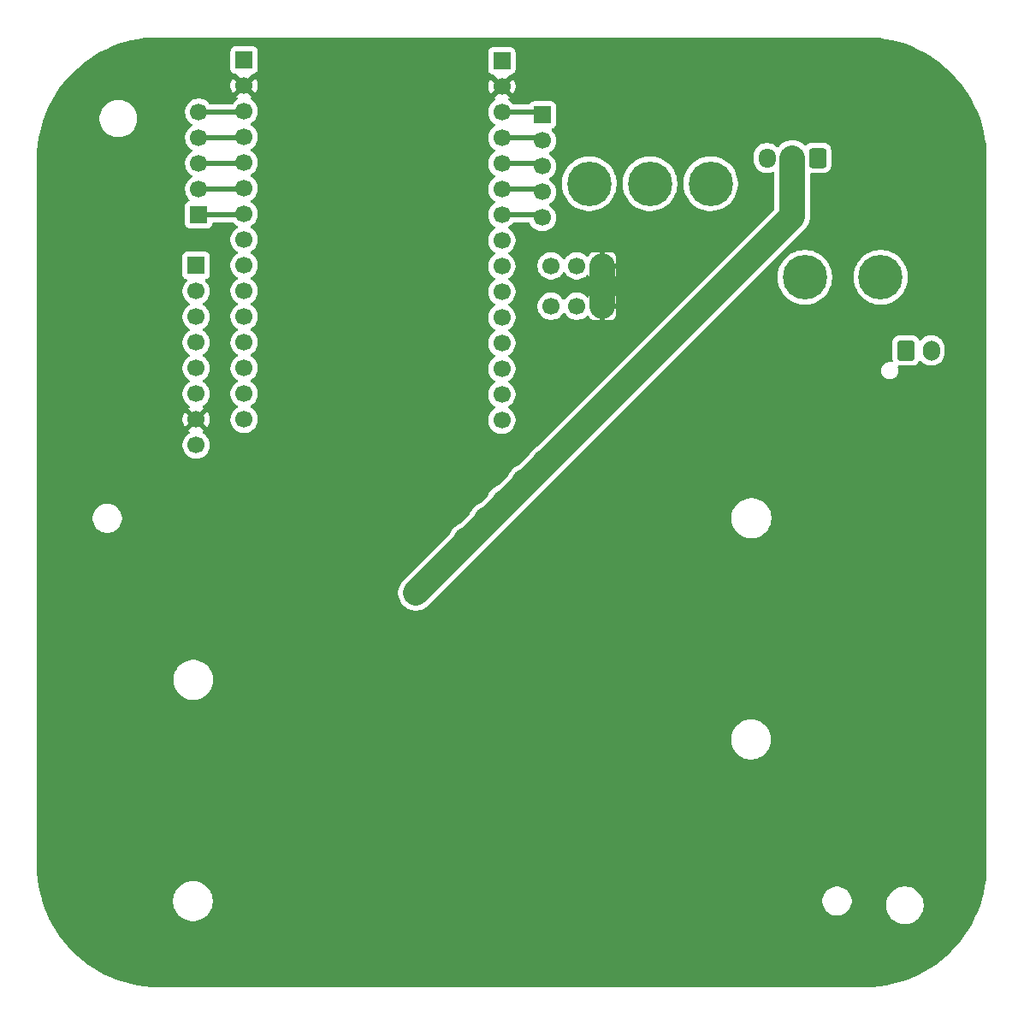
<source format=gbr>
%TF.GenerationSoftware,KiCad,Pcbnew,9.0.3*%
%TF.CreationDate,2025-12-24T22:58:54+05:30*%
%TF.ProjectId,snake_pcb_3,736e616b-655f-4706-9362-5f332e6b6963,rev?*%
%TF.SameCoordinates,Original*%
%TF.FileFunction,Copper,L2,Bot*%
%TF.FilePolarity,Positive*%
%FSLAX46Y46*%
G04 Gerber Fmt 4.6, Leading zero omitted, Abs format (unit mm)*
G04 Created by KiCad (PCBNEW 9.0.3) date 2025-12-24 22:58:54*
%MOMM*%
%LPD*%
G01*
G04 APERTURE LIST*
G04 Aperture macros list*
%AMRoundRect*
0 Rectangle with rounded corners*
0 $1 Rounding radius*
0 $2 $3 $4 $5 $6 $7 $8 $9 X,Y pos of 4 corners*
0 Add a 4 corners polygon primitive as box body*
4,1,4,$2,$3,$4,$5,$6,$7,$8,$9,$2,$3,0*
0 Add four circle primitives for the rounded corners*
1,1,$1+$1,$2,$3*
1,1,$1+$1,$4,$5*
1,1,$1+$1,$6,$7*
1,1,$1+$1,$8,$9*
0 Add four rect primitives between the rounded corners*
20,1,$1+$1,$2,$3,$4,$5,0*
20,1,$1+$1,$4,$5,$6,$7,0*
20,1,$1+$1,$6,$7,$8,$9,0*
20,1,$1+$1,$8,$9,$2,$3,0*%
G04 Aperture macros list end*
%TA.AperFunction,ComponentPad*%
%ADD10RoundRect,0.250000X0.600000X0.725000X-0.600000X0.725000X-0.600000X-0.725000X0.600000X-0.725000X0*%
%TD*%
%TA.AperFunction,ComponentPad*%
%ADD11O,1.700000X1.950000*%
%TD*%
%TA.AperFunction,ComponentPad*%
%ADD12R,1.700000X1.700000*%
%TD*%
%TA.AperFunction,ComponentPad*%
%ADD13C,1.700000*%
%TD*%
%TA.AperFunction,ComponentPad*%
%ADD14C,4.400000*%
%TD*%
%TA.AperFunction,ComponentPad*%
%ADD15RoundRect,0.250000X-0.600000X-0.750000X0.600000X-0.750000X0.600000X0.750000X-0.600000X0.750000X0*%
%TD*%
%TA.AperFunction,ComponentPad*%
%ADD16O,1.700000X2.000000*%
%TD*%
%TA.AperFunction,ViaPad*%
%ADD17C,2.500000*%
%TD*%
%TA.AperFunction,Conductor*%
%ADD18C,0.500000*%
%TD*%
%TA.AperFunction,Conductor*%
%ADD19C,2.500000*%
%TD*%
G04 APERTURE END LIST*
D10*
%TO.P,J1,1,Pin_1*%
%TO.N,GND*%
X255250000Y-64945000D03*
D11*
%TO.P,J1,2,Pin_2*%
%TO.N,+3.3V*%
X252750000Y-64945000D03*
%TO.P,J1,3,Pin_3*%
%TO.N,+7.5V*%
X250250000Y-64945000D03*
%TD*%
D12*
%TO.P,J6,1,Pin_1*%
%TO.N,P-*%
X233960000Y-75620000D03*
D13*
%TO.P,J6,2,Pin_2*%
%TO.N,Net-(J5-Pin_1)*%
X231420000Y-75620000D03*
%TO.P,J6,3,Pin_3*%
%TO.N,Net-(J5-Pin_9)*%
X228880000Y-75620000D03*
%TD*%
D14*
%TO.P,H5,1,1*%
%TO.N,GND*%
X261500000Y-76750000D03*
%TD*%
D12*
%TO.P,J8,1,Pin_1*%
%TO.N,Net-(J5-Pin_3)*%
X228025000Y-60700000D03*
D13*
%TO.P,J8,2,Pin_2*%
%TO.N,Net-(J5-Pin_4)*%
X228025000Y-63240000D03*
%TO.P,J8,3,Pin_3*%
%TO.N,Net-(J5-Pin_5)*%
X228025000Y-65780000D03*
%TO.P,J8,4,Pin_4*%
%TO.N,Net-(J5-Pin_6)*%
X228025000Y-68320000D03*
%TO.P,J8,5,Pin_5*%
%TO.N,Net-(J5-Pin_7)*%
X228025000Y-70860000D03*
%TD*%
D14*
%TO.P,H3,1,1*%
%TO.N,unconnected-(H3-Pad1)*%
X232668353Y-67500000D03*
%TD*%
D12*
%TO.P,J7,1,Pin_1*%
%TO.N,P-*%
X233960000Y-79620000D03*
D13*
%TO.P,J7,2,Pin_2*%
%TO.N,Net-(J5-Pin_1)*%
X231420000Y-79620000D03*
%TO.P,J7,3,Pin_3*%
%TO.N,Net-(J5-Pin_10)*%
X228880000Y-79620000D03*
%TD*%
D14*
%TO.P,H1,1,1*%
%TO.N,Net-(J5-Pin_1)*%
X238668353Y-67500000D03*
%TD*%
%TO.P,H4,1,1*%
%TO.N,+7.5V*%
X254000000Y-76750000D03*
%TD*%
D12*
%TO.P,J5,1,Pin_1*%
%TO.N,Net-(J5-Pin_1)*%
X224000000Y-55340000D03*
D13*
%TO.P,J5,2,Pin_2*%
%TO.N,P-*%
X224000000Y-57880000D03*
%TO.P,J5,3,Pin_3*%
%TO.N,Net-(J5-Pin_3)*%
X224000000Y-60420000D03*
%TO.P,J5,4,Pin_4*%
%TO.N,Net-(J5-Pin_4)*%
X224000000Y-62960000D03*
%TO.P,J5,5,Pin_5*%
%TO.N,Net-(J5-Pin_5)*%
X224000000Y-65500000D03*
%TO.P,J5,6,Pin_6*%
%TO.N,Net-(J5-Pin_6)*%
X224000000Y-68040000D03*
%TO.P,J5,7,Pin_7*%
%TO.N,Net-(J5-Pin_7)*%
X224000000Y-70580000D03*
%TO.P,J5,8,Pin_8*%
%TO.N,unconnected-(J5-Pin_8-Pad8)*%
X224000000Y-73120000D03*
%TO.P,J5,9,Pin_9*%
%TO.N,Net-(J5-Pin_9)*%
X224000000Y-75660000D03*
%TO.P,J5,10,Pin_10*%
%TO.N,Net-(J5-Pin_10)*%
X224000000Y-78200000D03*
%TO.P,J5,11,Pin_11*%
%TO.N,unconnected-(J5-Pin_11-Pad11)*%
X224000000Y-80740000D03*
%TO.P,J5,12,Pin_12*%
%TO.N,unconnected-(J5-Pin_12-Pad12)*%
X224000000Y-83280000D03*
%TO.P,J5,13,Pin_13*%
%TO.N,unconnected-(J5-Pin_13-Pad13)*%
X224000000Y-85820000D03*
%TO.P,J5,14,Pin_14*%
%TO.N,unconnected-(J5-Pin_14-Pad14)*%
X224000000Y-88360000D03*
%TO.P,J5,15,Pin_15*%
%TO.N,unconnected-(J5-Pin_15-Pad15)*%
X224000000Y-90900000D03*
%TD*%
D12*
%TO.P,J3,1,Pin_1*%
%TO.N,Net-(J3-Pin_1)*%
X194000000Y-70580000D03*
D13*
%TO.P,J3,2,Pin_2*%
%TO.N,Net-(J3-Pin_2)*%
X194000000Y-68040000D03*
%TO.P,J3,3,Pin_3*%
%TO.N,Net-(J3-Pin_3)*%
X194000000Y-65500000D03*
%TO.P,J3,4,Pin_4*%
%TO.N,Net-(J3-Pin_4)*%
X194000000Y-62960000D03*
%TO.P,J3,5,Pin_5*%
%TO.N,Net-(J3-Pin_5)*%
X194000000Y-60420000D03*
%TD*%
D12*
%TO.P,J4,1,Pin_1*%
%TO.N,Net-(J2-Pin_8)*%
X198500000Y-55260000D03*
D13*
%TO.P,J4,2,Pin_2*%
%TO.N,P-*%
X198500000Y-57800000D03*
%TO.P,J4,3,Pin_3*%
%TO.N,Net-(J3-Pin_5)*%
X198500000Y-60340000D03*
%TO.P,J4,4,Pin_4*%
%TO.N,Net-(J3-Pin_4)*%
X198500000Y-62880000D03*
%TO.P,J4,5,Pin_5*%
%TO.N,Net-(J3-Pin_3)*%
X198500000Y-65420000D03*
%TO.P,J4,6,Pin_6*%
%TO.N,Net-(J3-Pin_2)*%
X198500000Y-67960000D03*
%TO.P,J4,7,Pin_7*%
%TO.N,Net-(J3-Pin_1)*%
X198500000Y-70500000D03*
%TO.P,J4,8,Pin_8*%
%TO.N,unconnected-(J4-Pin_8-Pad8)*%
X198500000Y-73040000D03*
%TO.P,J4,9,Pin_9*%
%TO.N,unconnected-(J4-Pin_9-Pad9)*%
X198500000Y-75580000D03*
%TO.P,J4,10,Pin_10*%
%TO.N,unconnected-(J4-Pin_10-Pad10)*%
X198500000Y-78120000D03*
%TO.P,J4,11,Pin_11*%
%TO.N,unconnected-(J4-Pin_11-Pad11)*%
X198500000Y-80660000D03*
%TO.P,J4,12,Pin_12*%
%TO.N,unconnected-(J4-Pin_12-Pad12)*%
X198500000Y-83200000D03*
%TO.P,J4,13,Pin_13*%
%TO.N,unconnected-(J4-Pin_13-Pad13)*%
X198500000Y-85740000D03*
%TO.P,J4,14,Pin_14*%
%TO.N,Net-(J2-Pin_5)*%
X198500000Y-88280000D03*
%TO.P,J4,15,Pin_15*%
%TO.N,Net-(J2-Pin_6)*%
X198500000Y-90820000D03*
%TD*%
D15*
%TO.P,J9,1,Pin_1*%
%TO.N,+7.5V*%
X264000000Y-84000000D03*
D16*
%TO.P,J9,2,Pin_2*%
%TO.N,GND*%
X266500000Y-84000000D03*
%TD*%
D12*
%TO.P,J2,1,Pin_1*%
%TO.N,unconnected-(J2-Pin_1-Pad1)*%
X193750000Y-75590000D03*
D13*
%TO.P,J2,2,Pin_2*%
%TO.N,unconnected-(J2-Pin_2-Pad2)*%
X193750000Y-78130000D03*
%TO.P,J2,3,Pin_3*%
%TO.N,unconnected-(J2-Pin_3-Pad3)*%
X193750000Y-80670000D03*
%TO.P,J2,4,Pin_4*%
%TO.N,unconnected-(J2-Pin_4-Pad4)*%
X193750000Y-83210000D03*
%TO.P,J2,5,Pin_5*%
%TO.N,Net-(J2-Pin_5)*%
X193750000Y-85750000D03*
%TO.P,J2,6,Pin_6*%
%TO.N,Net-(J2-Pin_6)*%
X193750000Y-88290000D03*
%TO.P,J2,7,Pin_7*%
%TO.N,P-*%
X193750000Y-90830000D03*
%TO.P,J2,8,Pin_8*%
%TO.N,Net-(J2-Pin_8)*%
X193750000Y-93370000D03*
%TD*%
D14*
%TO.P,H2,1,1*%
%TO.N,P+*%
X244668353Y-67500000D03*
%TD*%
D17*
%TO.N,+3.3V*%
X222500000Y-100750000D03*
X228306250Y-95056250D03*
X224250000Y-99000000D03*
X226250000Y-97000000D03*
X220500000Y-102750000D03*
%TD*%
D18*
%TO.N,Net-(J3-Pin_3)*%
X198420000Y-65500000D02*
X198500000Y-65420000D01*
X194000000Y-65500000D02*
X198420000Y-65500000D01*
%TO.N,Net-(J3-Pin_5)*%
X198420000Y-60420000D02*
X198500000Y-60340000D01*
X194000000Y-60420000D02*
X198420000Y-60420000D01*
%TO.N,Net-(J3-Pin_4)*%
X198420000Y-62960000D02*
X198500000Y-62880000D01*
X194000000Y-62960000D02*
X198420000Y-62960000D01*
%TO.N,Net-(J3-Pin_2)*%
X194000000Y-68040000D02*
X198420000Y-68040000D01*
X198420000Y-68040000D02*
X198500000Y-67960000D01*
%TO.N,Net-(J3-Pin_1)*%
X194000000Y-70580000D02*
X198420000Y-70580000D01*
X198420000Y-70580000D02*
X198500000Y-70500000D01*
%TO.N,Net-(J5-Pin_3)*%
X224000000Y-60420000D02*
X227745000Y-60420000D01*
X227745000Y-60420000D02*
X228025000Y-60700000D01*
%TO.N,Net-(J5-Pin_7)*%
X224000000Y-70580000D02*
X227745000Y-70580000D01*
X227745000Y-70580000D02*
X228025000Y-70860000D01*
%TO.N,Net-(J5-Pin_4)*%
X227745000Y-62960000D02*
X228025000Y-63240000D01*
X224000000Y-62960000D02*
X227745000Y-62960000D01*
%TO.N,Net-(J5-Pin_5)*%
X227745000Y-65500000D02*
X228025000Y-65780000D01*
X224000000Y-65500000D02*
X227745000Y-65500000D01*
%TO.N,Net-(J5-Pin_6)*%
X227745000Y-68040000D02*
X228025000Y-68320000D01*
X224000000Y-68040000D02*
X227745000Y-68040000D01*
D19*
%TO.N,+3.3V*%
X252750000Y-64945000D02*
X252750000Y-70750000D01*
X252750000Y-70750000D02*
X215500000Y-108000000D01*
%TO.N,P-*%
X233960000Y-79620000D02*
X233960000Y-75620000D01*
%TD*%
%TA.AperFunction,Conductor*%
%TO.N,P-*%
G36*
X260001746Y-53000549D02*
G01*
X260669355Y-53019279D01*
X260676268Y-53019668D01*
X261340082Y-53075660D01*
X261346938Y-53076432D01*
X262006562Y-53169556D01*
X262013385Y-53170716D01*
X262666739Y-53300676D01*
X262673472Y-53302212D01*
X263318541Y-53468609D01*
X263325192Y-53470526D01*
X263959880Y-53672819D01*
X263966416Y-53675106D01*
X264588779Y-53912675D01*
X264595173Y-53915323D01*
X265203222Y-54187407D01*
X265209468Y-54190415D01*
X265801292Y-54496159D01*
X265807379Y-54499523D01*
X266381122Y-54837965D01*
X266387012Y-54841666D01*
X266940879Y-55211748D01*
X266946551Y-55215773D01*
X267478778Y-55616315D01*
X267484216Y-55620651D01*
X267993163Y-56050418D01*
X267998345Y-56055049D01*
X268482418Y-56512699D01*
X268487300Y-56517581D01*
X268944946Y-57001649D01*
X268949581Y-57006836D01*
X269379348Y-57515783D01*
X269383684Y-57521221D01*
X269784226Y-58053448D01*
X269788251Y-58059120D01*
X270158333Y-58612987D01*
X270162034Y-58618877D01*
X270500476Y-59192620D01*
X270503840Y-59198707D01*
X270809579Y-59790521D01*
X270812597Y-59796788D01*
X271084669Y-60404810D01*
X271087331Y-60411236D01*
X271324888Y-61033568D01*
X271327185Y-61040133D01*
X271529468Y-61674790D01*
X271531394Y-61681474D01*
X271697781Y-62326503D01*
X271699328Y-62333284D01*
X271829280Y-62986597D01*
X271830445Y-62993454D01*
X271923563Y-63653033D01*
X271924342Y-63659945D01*
X271980330Y-64323715D01*
X271980720Y-64330659D01*
X271999451Y-64998253D01*
X271999500Y-65001731D01*
X271999500Y-134998268D01*
X271999451Y-135001746D01*
X271980720Y-135669340D01*
X271980330Y-135676284D01*
X271924342Y-136340054D01*
X271923563Y-136346966D01*
X271830445Y-137006545D01*
X271829280Y-137013402D01*
X271699328Y-137666715D01*
X271697781Y-137673496D01*
X271531394Y-138318525D01*
X271529468Y-138325209D01*
X271327185Y-138959866D01*
X271324888Y-138966431D01*
X271087331Y-139588763D01*
X271084669Y-139595189D01*
X270812597Y-140203211D01*
X270809579Y-140209478D01*
X270503840Y-140801292D01*
X270500476Y-140807379D01*
X270162034Y-141381122D01*
X270158333Y-141387012D01*
X269788251Y-141940879D01*
X269784226Y-141946551D01*
X269383684Y-142478778D01*
X269379348Y-142484216D01*
X268949581Y-142993163D01*
X268944946Y-142998350D01*
X268487318Y-143482400D01*
X268482400Y-143487318D01*
X267998350Y-143944946D01*
X267993163Y-143949581D01*
X267484216Y-144379348D01*
X267478778Y-144383684D01*
X266946551Y-144784226D01*
X266940879Y-144788251D01*
X266387012Y-145158333D01*
X266381122Y-145162034D01*
X265807379Y-145500476D01*
X265801292Y-145503840D01*
X265209478Y-145809579D01*
X265203211Y-145812597D01*
X264595189Y-146084669D01*
X264588763Y-146087331D01*
X263966431Y-146324888D01*
X263959866Y-146327185D01*
X263325209Y-146529468D01*
X263318525Y-146531394D01*
X262673496Y-146697781D01*
X262666715Y-146699328D01*
X262013402Y-146829280D01*
X262006545Y-146830445D01*
X261346966Y-146923563D01*
X261340054Y-146924342D01*
X260676284Y-146980330D01*
X260669340Y-146980720D01*
X260001746Y-146999451D01*
X259998268Y-146999500D01*
X190001732Y-146999500D01*
X189998254Y-146999451D01*
X189330659Y-146980720D01*
X189323715Y-146980330D01*
X188659945Y-146924342D01*
X188653033Y-146923563D01*
X187993454Y-146830445D01*
X187986597Y-146829280D01*
X187333284Y-146699328D01*
X187326503Y-146697781D01*
X186681474Y-146531394D01*
X186674790Y-146529468D01*
X186040133Y-146327185D01*
X186033568Y-146324888D01*
X185411236Y-146087331D01*
X185404810Y-146084669D01*
X184796788Y-145812597D01*
X184790521Y-145809579D01*
X184198707Y-145503840D01*
X184192620Y-145500476D01*
X183618877Y-145162034D01*
X183612987Y-145158333D01*
X183059120Y-144788251D01*
X183053448Y-144784226D01*
X182521221Y-144383684D01*
X182515783Y-144379348D01*
X182006836Y-143949581D01*
X182001649Y-143944946D01*
X181726440Y-143684759D01*
X181517581Y-143487300D01*
X181512699Y-143482418D01*
X181055049Y-142998345D01*
X181050418Y-142993163D01*
X180620651Y-142484216D01*
X180616315Y-142478778D01*
X180215773Y-141946551D01*
X180211748Y-141940879D01*
X179841666Y-141387012D01*
X179837965Y-141381122D01*
X179499523Y-140807379D01*
X179496159Y-140801292D01*
X179327851Y-140475500D01*
X179190415Y-140209468D01*
X179187402Y-140203211D01*
X178915323Y-139595173D01*
X178912675Y-139588779D01*
X178675106Y-138966416D01*
X178672814Y-138959866D01*
X178649344Y-138886230D01*
X178484975Y-138370525D01*
X191454500Y-138370525D01*
X191454500Y-138629474D01*
X191454501Y-138629491D01*
X191488299Y-138886217D01*
X191488300Y-138886222D01*
X191488301Y-138886228D01*
X191488302Y-138886230D01*
X191555324Y-139136364D01*
X191654423Y-139375609D01*
X191654427Y-139375619D01*
X191783906Y-139599883D01*
X191941551Y-139805331D01*
X191941557Y-139805338D01*
X192124661Y-139988442D01*
X192124668Y-139988448D01*
X192330116Y-140146093D01*
X192554380Y-140275572D01*
X192554381Y-140275572D01*
X192554384Y-140275574D01*
X192793634Y-140374675D01*
X193043772Y-140441699D01*
X193300519Y-140475500D01*
X193300526Y-140475500D01*
X193559474Y-140475500D01*
X193559481Y-140475500D01*
X193816228Y-140441699D01*
X194066366Y-140374675D01*
X194305616Y-140275574D01*
X194529884Y-140146093D01*
X194735333Y-139988447D01*
X194918447Y-139805333D01*
X195076093Y-139599884D01*
X195205574Y-139375616D01*
X195304675Y-139136366D01*
X195371699Y-138886228D01*
X195405500Y-138629481D01*
X195405500Y-138386231D01*
X255734500Y-138386231D01*
X255734500Y-138613768D01*
X255770093Y-138838490D01*
X255840400Y-139054876D01*
X255840401Y-139054879D01*
X255943697Y-139257607D01*
X256077434Y-139441680D01*
X256238320Y-139602566D01*
X256422393Y-139736303D01*
X256521825Y-139786966D01*
X256625120Y-139839598D01*
X256625123Y-139839599D01*
X256733316Y-139874752D01*
X256841511Y-139909907D01*
X256945591Y-139926391D01*
X257066232Y-139945500D01*
X257066237Y-139945500D01*
X257293768Y-139945500D01*
X257402710Y-139928244D01*
X257518489Y-139909907D01*
X257734879Y-139839598D01*
X257937607Y-139736303D01*
X258121680Y-139602566D01*
X258282566Y-139441680D01*
X258416303Y-139257607D01*
X258519598Y-139054879D01*
X258589907Y-138838489D01*
X258599375Y-138778711D01*
X262049500Y-138778711D01*
X262049500Y-139021288D01*
X262081161Y-139261785D01*
X262143947Y-139496104D01*
X262236773Y-139720205D01*
X262236777Y-139720214D01*
X262246066Y-139736303D01*
X262358064Y-139930289D01*
X262358066Y-139930292D01*
X262358067Y-139930293D01*
X262505733Y-140122736D01*
X262505739Y-140122743D01*
X262677256Y-140294260D01*
X262677262Y-140294265D01*
X262869711Y-140441936D01*
X263079788Y-140563224D01*
X263303900Y-140656054D01*
X263538211Y-140718838D01*
X263718586Y-140742584D01*
X263778711Y-140750500D01*
X263778712Y-140750500D01*
X264021289Y-140750500D01*
X264069388Y-140744167D01*
X264261789Y-140718838D01*
X264496100Y-140656054D01*
X264720212Y-140563224D01*
X264930289Y-140441936D01*
X265122738Y-140294265D01*
X265294265Y-140122738D01*
X265441936Y-139930289D01*
X265563224Y-139720212D01*
X265656054Y-139496100D01*
X265718838Y-139261789D01*
X265750500Y-139021288D01*
X265750500Y-138778712D01*
X265718838Y-138538211D01*
X265656054Y-138303900D01*
X265563224Y-138079788D01*
X265441936Y-137869711D01*
X265294265Y-137677262D01*
X265294260Y-137677256D01*
X265122743Y-137505739D01*
X265122736Y-137505733D01*
X264930293Y-137358067D01*
X264930292Y-137358066D01*
X264930289Y-137358064D01*
X264720212Y-137236776D01*
X264720205Y-137236773D01*
X264496104Y-137143947D01*
X264378944Y-137112554D01*
X264261789Y-137081162D01*
X264261788Y-137081161D01*
X264261785Y-137081161D01*
X264021289Y-137049500D01*
X264021288Y-137049500D01*
X263778712Y-137049500D01*
X263778711Y-137049500D01*
X263538214Y-137081161D01*
X263303895Y-137143947D01*
X263079794Y-137236773D01*
X263079785Y-137236777D01*
X262869706Y-137358067D01*
X262677263Y-137505733D01*
X262677256Y-137505739D01*
X262505739Y-137677256D01*
X262505733Y-137677263D01*
X262358067Y-137869706D01*
X262236777Y-138079785D01*
X262236773Y-138079794D01*
X262143947Y-138303895D01*
X262081161Y-138538214D01*
X262049500Y-138778711D01*
X258599375Y-138778711D01*
X258603090Y-138755255D01*
X258625500Y-138613768D01*
X258625500Y-138386231D01*
X258604793Y-138255499D01*
X258589907Y-138161511D01*
X258519598Y-137945121D01*
X258519598Y-137945120D01*
X258416302Y-137742392D01*
X258368983Y-137677263D01*
X258282566Y-137558320D01*
X258121680Y-137397434D01*
X257937607Y-137263697D01*
X257734879Y-137160401D01*
X257734876Y-137160400D01*
X257518490Y-137090093D01*
X257293768Y-137054500D01*
X257293763Y-137054500D01*
X257066237Y-137054500D01*
X257066232Y-137054500D01*
X256841509Y-137090093D01*
X256625123Y-137160400D01*
X256625120Y-137160401D01*
X256422392Y-137263697D01*
X256317372Y-137339998D01*
X256238320Y-137397434D01*
X256238318Y-137397436D01*
X256238317Y-137397436D01*
X256077436Y-137558317D01*
X256077436Y-137558318D01*
X256077434Y-137558320D01*
X256029439Y-137624380D01*
X255943697Y-137742392D01*
X255840401Y-137945120D01*
X255840400Y-137945123D01*
X255770093Y-138161509D01*
X255734500Y-138386231D01*
X195405500Y-138386231D01*
X195405500Y-138370519D01*
X195371699Y-138113772D01*
X195304675Y-137863634D01*
X195205574Y-137624384D01*
X195137074Y-137505739D01*
X195076093Y-137400116D01*
X194918448Y-137194668D01*
X194918442Y-137194661D01*
X194735338Y-137011557D01*
X194735331Y-137011551D01*
X194529883Y-136853906D01*
X194305619Y-136724427D01*
X194305609Y-136724423D01*
X194066364Y-136625324D01*
X193941297Y-136591813D01*
X193816228Y-136558301D01*
X193816222Y-136558300D01*
X193816217Y-136558299D01*
X193559491Y-136524501D01*
X193559486Y-136524500D01*
X193559481Y-136524500D01*
X193300519Y-136524500D01*
X193300513Y-136524500D01*
X193300508Y-136524501D01*
X193043782Y-136558299D01*
X193043775Y-136558300D01*
X193043772Y-136558301D01*
X192990908Y-136572465D01*
X192793635Y-136625324D01*
X192554390Y-136724423D01*
X192554380Y-136724427D01*
X192330116Y-136853906D01*
X192124668Y-137011551D01*
X192124661Y-137011557D01*
X191941557Y-137194661D01*
X191941551Y-137194668D01*
X191783906Y-137400116D01*
X191654427Y-137624380D01*
X191654423Y-137624390D01*
X191555324Y-137863635D01*
X191488302Y-138113769D01*
X191488299Y-138113782D01*
X191454501Y-138370508D01*
X191454500Y-138370525D01*
X178484975Y-138370525D01*
X178470526Y-138325192D01*
X178468609Y-138318541D01*
X178302212Y-137673472D01*
X178300676Y-137666739D01*
X178170716Y-137013385D01*
X178169556Y-137006562D01*
X178076432Y-136346938D01*
X178075660Y-136340082D01*
X178019668Y-135676268D01*
X178019279Y-135669340D01*
X178000549Y-135001746D01*
X178000500Y-134998268D01*
X178000500Y-122370525D01*
X246694500Y-122370525D01*
X246694500Y-122629474D01*
X246694501Y-122629491D01*
X246728299Y-122886217D01*
X246728300Y-122886222D01*
X246728301Y-122886228D01*
X246728302Y-122886230D01*
X246795324Y-123136364D01*
X246894423Y-123375609D01*
X246894427Y-123375619D01*
X247023906Y-123599883D01*
X247181551Y-123805331D01*
X247181557Y-123805338D01*
X247364661Y-123988442D01*
X247364668Y-123988448D01*
X247570116Y-124146093D01*
X247794380Y-124275572D01*
X247794381Y-124275572D01*
X247794384Y-124275574D01*
X248033634Y-124374675D01*
X248283772Y-124441699D01*
X248540519Y-124475500D01*
X248540526Y-124475500D01*
X248799474Y-124475500D01*
X248799481Y-124475500D01*
X249056228Y-124441699D01*
X249306366Y-124374675D01*
X249545616Y-124275574D01*
X249769884Y-124146093D01*
X249975333Y-123988447D01*
X250158447Y-123805333D01*
X250316093Y-123599884D01*
X250445574Y-123375616D01*
X250544675Y-123136366D01*
X250611699Y-122886228D01*
X250645500Y-122629481D01*
X250645500Y-122370519D01*
X250611699Y-122113772D01*
X250544675Y-121863634D01*
X250445574Y-121624384D01*
X250316093Y-121400116D01*
X250158447Y-121194667D01*
X250158442Y-121194661D01*
X249975338Y-121011557D01*
X249975331Y-121011551D01*
X249769883Y-120853906D01*
X249545619Y-120724427D01*
X249545609Y-120724423D01*
X249306364Y-120625324D01*
X249181297Y-120591813D01*
X249056228Y-120558301D01*
X249056222Y-120558300D01*
X249056217Y-120558299D01*
X248799491Y-120524501D01*
X248799486Y-120524500D01*
X248799481Y-120524500D01*
X248540519Y-120524500D01*
X248540513Y-120524500D01*
X248540508Y-120524501D01*
X248283782Y-120558299D01*
X248283775Y-120558300D01*
X248283772Y-120558301D01*
X248230908Y-120572465D01*
X248033635Y-120625324D01*
X247794390Y-120724423D01*
X247794380Y-120724427D01*
X247570116Y-120853906D01*
X247364668Y-121011551D01*
X247364661Y-121011557D01*
X247181557Y-121194661D01*
X247181551Y-121194668D01*
X247023906Y-121400116D01*
X246894427Y-121624380D01*
X246894423Y-121624390D01*
X246795324Y-121863635D01*
X246728302Y-122113769D01*
X246728299Y-122113782D01*
X246694501Y-122370508D01*
X246694500Y-122370525D01*
X178000500Y-122370525D01*
X178000500Y-116470525D01*
X191494500Y-116470525D01*
X191494500Y-116729474D01*
X191494501Y-116729491D01*
X191528299Y-116986217D01*
X191528300Y-116986222D01*
X191528301Y-116986228D01*
X191528302Y-116986230D01*
X191595324Y-117236364D01*
X191694423Y-117475609D01*
X191694427Y-117475619D01*
X191823906Y-117699883D01*
X191981551Y-117905331D01*
X191981557Y-117905338D01*
X192164661Y-118088442D01*
X192164668Y-118088448D01*
X192370116Y-118246093D01*
X192594380Y-118375572D01*
X192594381Y-118375572D01*
X192594384Y-118375574D01*
X192833634Y-118474675D01*
X193083772Y-118541699D01*
X193340519Y-118575500D01*
X193340526Y-118575500D01*
X193599474Y-118575500D01*
X193599481Y-118575500D01*
X193856228Y-118541699D01*
X194106366Y-118474675D01*
X194345616Y-118375574D01*
X194569884Y-118246093D01*
X194775333Y-118088447D01*
X194958447Y-117905333D01*
X195116093Y-117699884D01*
X195245574Y-117475616D01*
X195344675Y-117236366D01*
X195411699Y-116986228D01*
X195445500Y-116729481D01*
X195445500Y-116470519D01*
X195411699Y-116213772D01*
X195344675Y-115963634D01*
X195245574Y-115724384D01*
X195116093Y-115500116D01*
X194958447Y-115294667D01*
X194958442Y-115294661D01*
X194775338Y-115111557D01*
X194775331Y-115111551D01*
X194569883Y-114953906D01*
X194345619Y-114824427D01*
X194345609Y-114824423D01*
X194106364Y-114725324D01*
X193981297Y-114691813D01*
X193856228Y-114658301D01*
X193856222Y-114658300D01*
X193856217Y-114658299D01*
X193599491Y-114624501D01*
X193599486Y-114624500D01*
X193599481Y-114624500D01*
X193340519Y-114624500D01*
X193340513Y-114624500D01*
X193340508Y-114624501D01*
X193083782Y-114658299D01*
X193083775Y-114658300D01*
X193083772Y-114658301D01*
X193030908Y-114672465D01*
X192833635Y-114725324D01*
X192594390Y-114824423D01*
X192594380Y-114824427D01*
X192370116Y-114953906D01*
X192164668Y-115111551D01*
X192164661Y-115111557D01*
X191981557Y-115294661D01*
X191981551Y-115294668D01*
X191823906Y-115500116D01*
X191694427Y-115724380D01*
X191694423Y-115724390D01*
X191595324Y-115963635D01*
X191528302Y-116213769D01*
X191528299Y-116213782D01*
X191494501Y-116470508D01*
X191494500Y-116470525D01*
X178000500Y-116470525D01*
X178000500Y-107885265D01*
X213749501Y-107885265D01*
X213749501Y-108114734D01*
X213779450Y-108342228D01*
X213779451Y-108342233D01*
X213779452Y-108342239D01*
X213779453Y-108342241D01*
X213838842Y-108563887D01*
X213926651Y-108775879D01*
X213926656Y-108775888D01*
X214041390Y-108974612D01*
X214041392Y-108974615D01*
X214041396Y-108974621D01*
X214181078Y-109156659D01*
X214181084Y-109156666D01*
X214343333Y-109318915D01*
X214343340Y-109318921D01*
X214525378Y-109458603D01*
X214525382Y-109458605D01*
X214525388Y-109458610D01*
X214724112Y-109573344D01*
X214724115Y-109573345D01*
X214724120Y-109573348D01*
X214838489Y-109620721D01*
X214936113Y-109661158D01*
X215157761Y-109720548D01*
X215318435Y-109741700D01*
X215385265Y-109750499D01*
X215385266Y-109750499D01*
X215614735Y-109750499D01*
X215666389Y-109743698D01*
X215842239Y-109720548D01*
X216063887Y-109661158D01*
X216230538Y-109592128D01*
X216275879Y-109573348D01*
X216275880Y-109573346D01*
X216275888Y-109573344D01*
X216474612Y-109458610D01*
X216656661Y-109318920D01*
X219132248Y-106843333D01*
X225505057Y-100470525D01*
X246734500Y-100470525D01*
X246734500Y-100729474D01*
X246734501Y-100729491D01*
X246768299Y-100986217D01*
X246768300Y-100986222D01*
X246768301Y-100986228D01*
X246768302Y-100986230D01*
X246835324Y-101236364D01*
X246934423Y-101475609D01*
X246934427Y-101475619D01*
X247063906Y-101699883D01*
X247221551Y-101905331D01*
X247221557Y-101905338D01*
X247404661Y-102088442D01*
X247404668Y-102088448D01*
X247610116Y-102246093D01*
X247834380Y-102375572D01*
X247834381Y-102375572D01*
X247834384Y-102375574D01*
X248073634Y-102474675D01*
X248323772Y-102541699D01*
X248580519Y-102575500D01*
X248580526Y-102575500D01*
X248839474Y-102575500D01*
X248839481Y-102575500D01*
X249096228Y-102541699D01*
X249346366Y-102474675D01*
X249585616Y-102375574D01*
X249809884Y-102246093D01*
X250015333Y-102088447D01*
X250198447Y-101905333D01*
X250356093Y-101699884D01*
X250485574Y-101475616D01*
X250584675Y-101236366D01*
X250651699Y-100986228D01*
X250685500Y-100729481D01*
X250685500Y-100470519D01*
X250651699Y-100213772D01*
X250584675Y-99963634D01*
X250485574Y-99724384D01*
X250356093Y-99500116D01*
X250303121Y-99431081D01*
X250198448Y-99294668D01*
X250198442Y-99294661D01*
X250015338Y-99111557D01*
X250015331Y-99111551D01*
X249809883Y-98953906D01*
X249585619Y-98824427D01*
X249585609Y-98824423D01*
X249346364Y-98725324D01*
X249221297Y-98691813D01*
X249096228Y-98658301D01*
X249096222Y-98658300D01*
X249096217Y-98658299D01*
X248839491Y-98624501D01*
X248839486Y-98624500D01*
X248839481Y-98624500D01*
X248580519Y-98624500D01*
X248580513Y-98624500D01*
X248580508Y-98624501D01*
X248323782Y-98658299D01*
X248323775Y-98658300D01*
X248323772Y-98658301D01*
X248270908Y-98672465D01*
X248073635Y-98725324D01*
X247834390Y-98824423D01*
X247834380Y-98824427D01*
X247610116Y-98953906D01*
X247404668Y-99111551D01*
X247404661Y-99111557D01*
X247221557Y-99294661D01*
X247221551Y-99294668D01*
X247063906Y-99500116D01*
X246934427Y-99724380D01*
X246934423Y-99724390D01*
X246835324Y-99963635D01*
X246768302Y-100213769D01*
X246768299Y-100213782D01*
X246734501Y-100470508D01*
X246734500Y-100470525D01*
X225505057Y-100470525D01*
X225596803Y-100378779D01*
X240059353Y-85916228D01*
X261549500Y-85916228D01*
X261549500Y-86083771D01*
X261582182Y-86248074D01*
X261582184Y-86248082D01*
X261646295Y-86402860D01*
X261739373Y-86542162D01*
X261857837Y-86660626D01*
X261950494Y-86722537D01*
X261997137Y-86753703D01*
X262151918Y-86817816D01*
X262314242Y-86850104D01*
X262316228Y-86850499D01*
X262316232Y-86850500D01*
X262316233Y-86850500D01*
X262483768Y-86850500D01*
X262483769Y-86850499D01*
X262648082Y-86817816D01*
X262802863Y-86753703D01*
X262942162Y-86660626D01*
X263060626Y-86542162D01*
X263153703Y-86402863D01*
X263217816Y-86248082D01*
X263250500Y-86083767D01*
X263250500Y-85916233D01*
X263217816Y-85751918D01*
X263182729Y-85667213D01*
X263175261Y-85597745D01*
X263206536Y-85535265D01*
X263266625Y-85499613D01*
X263309891Y-85496403D01*
X263349991Y-85500500D01*
X264650008Y-85500499D01*
X264658682Y-85499613D01*
X264690105Y-85496403D01*
X264752797Y-85489999D01*
X264919334Y-85434814D01*
X265068656Y-85342712D01*
X265192712Y-85218656D01*
X265284814Y-85069334D01*
X265284814Y-85069331D01*
X265288178Y-85063879D01*
X265340126Y-85017154D01*
X265409088Y-85005931D01*
X265473170Y-85033774D01*
X265481398Y-85041294D01*
X265620213Y-85180109D01*
X265792179Y-85305048D01*
X265792181Y-85305049D01*
X265792184Y-85305051D01*
X265981588Y-85401557D01*
X266183757Y-85467246D01*
X266393713Y-85500500D01*
X266393714Y-85500500D01*
X266606286Y-85500500D01*
X266606287Y-85500500D01*
X266816243Y-85467246D01*
X267018412Y-85401557D01*
X267207816Y-85305051D01*
X267288685Y-85246297D01*
X267379786Y-85180109D01*
X267379788Y-85180106D01*
X267379792Y-85180104D01*
X267530104Y-85029792D01*
X267530106Y-85029788D01*
X267530109Y-85029786D01*
X267655048Y-84857820D01*
X267655047Y-84857820D01*
X267655051Y-84857816D01*
X267751557Y-84668412D01*
X267817246Y-84466243D01*
X267850500Y-84256287D01*
X267850500Y-83743713D01*
X267817246Y-83533757D01*
X267751557Y-83331588D01*
X267655051Y-83142184D01*
X267655049Y-83142181D01*
X267655048Y-83142179D01*
X267530109Y-82970213D01*
X267379786Y-82819890D01*
X267207820Y-82694951D01*
X267018414Y-82598444D01*
X267018413Y-82598443D01*
X267018412Y-82598443D01*
X266816243Y-82532754D01*
X266816241Y-82532753D01*
X266816240Y-82532753D01*
X266654957Y-82507208D01*
X266606287Y-82499500D01*
X266393713Y-82499500D01*
X266345042Y-82507208D01*
X266183760Y-82532753D01*
X265981585Y-82598444D01*
X265792179Y-82694951D01*
X265620215Y-82819889D01*
X265481398Y-82958706D01*
X265420075Y-82992190D01*
X265350383Y-82987206D01*
X265294450Y-82945334D01*
X265288178Y-82936120D01*
X265192712Y-82781344D01*
X265068657Y-82657289D01*
X265068656Y-82657288D01*
X264919334Y-82565186D01*
X264752797Y-82510001D01*
X264752795Y-82510000D01*
X264650010Y-82499500D01*
X263349998Y-82499500D01*
X263349981Y-82499501D01*
X263247203Y-82510000D01*
X263247200Y-82510001D01*
X263080668Y-82565185D01*
X263080663Y-82565187D01*
X262931342Y-82657289D01*
X262807289Y-82781342D01*
X262715187Y-82930663D01*
X262715185Y-82930668D01*
X262710325Y-82945334D01*
X262660001Y-83097203D01*
X262660001Y-83097204D01*
X262660000Y-83097204D01*
X262649500Y-83199983D01*
X262649500Y-84800001D01*
X262649501Y-84800018D01*
X262660000Y-84902796D01*
X262660001Y-84902799D01*
X262692961Y-85002264D01*
X262695363Y-85072092D01*
X262659631Y-85132134D01*
X262597111Y-85163327D01*
X262551065Y-85162886D01*
X262511286Y-85154973D01*
X262483767Y-85149500D01*
X262316233Y-85149500D01*
X262316228Y-85149500D01*
X262151925Y-85182182D01*
X262151917Y-85182184D01*
X261997139Y-85246295D01*
X261857837Y-85339373D01*
X261739373Y-85457837D01*
X261646295Y-85597139D01*
X261582184Y-85751917D01*
X261582182Y-85751925D01*
X261549500Y-85916228D01*
X240059353Y-85916228D01*
X240153121Y-85822460D01*
X249377245Y-76598336D01*
X251299500Y-76598336D01*
X251299500Y-76901663D01*
X251333457Y-77203048D01*
X251333460Y-77203062D01*
X251400953Y-77498771D01*
X251400957Y-77498783D01*
X251501133Y-77785068D01*
X251632733Y-78058338D01*
X251632735Y-78058341D01*
X251794108Y-78315164D01*
X251983221Y-78552304D01*
X252197696Y-78766779D01*
X252434836Y-78955892D01*
X252691659Y-79117265D01*
X252964935Y-79248868D01*
X253121808Y-79303760D01*
X253251216Y-79349042D01*
X253251228Y-79349046D01*
X253546937Y-79416540D01*
X253546946Y-79416541D01*
X253546951Y-79416542D01*
X253747874Y-79439180D01*
X253848337Y-79450499D01*
X253848340Y-79450500D01*
X253848343Y-79450500D01*
X254151660Y-79450500D01*
X254151661Y-79450499D01*
X254305694Y-79433144D01*
X254453048Y-79416542D01*
X254453051Y-79416541D01*
X254453063Y-79416540D01*
X254748772Y-79349046D01*
X255035065Y-79248868D01*
X255308341Y-79117265D01*
X255565164Y-78955892D01*
X255802304Y-78766779D01*
X256016779Y-78552304D01*
X256205892Y-78315164D01*
X256367265Y-78058341D01*
X256498868Y-77785065D01*
X256599046Y-77498772D01*
X256666540Y-77203063D01*
X256700500Y-76901657D01*
X256700500Y-76598343D01*
X256700499Y-76598336D01*
X258799500Y-76598336D01*
X258799500Y-76901663D01*
X258833457Y-77203048D01*
X258833460Y-77203062D01*
X258900953Y-77498771D01*
X258900957Y-77498783D01*
X259001133Y-77785068D01*
X259132733Y-78058338D01*
X259132735Y-78058341D01*
X259294108Y-78315164D01*
X259483221Y-78552304D01*
X259697696Y-78766779D01*
X259934836Y-78955892D01*
X260191659Y-79117265D01*
X260464935Y-79248868D01*
X260621808Y-79303760D01*
X260751216Y-79349042D01*
X260751228Y-79349046D01*
X261046937Y-79416540D01*
X261046946Y-79416541D01*
X261046951Y-79416542D01*
X261247874Y-79439180D01*
X261348337Y-79450499D01*
X261348340Y-79450500D01*
X261348343Y-79450500D01*
X261651660Y-79450500D01*
X261651661Y-79450499D01*
X261805694Y-79433144D01*
X261953048Y-79416542D01*
X261953051Y-79416541D01*
X261953063Y-79416540D01*
X262248772Y-79349046D01*
X262535065Y-79248868D01*
X262808341Y-79117265D01*
X263065164Y-78955892D01*
X263302304Y-78766779D01*
X263516779Y-78552304D01*
X263705892Y-78315164D01*
X263867265Y-78058341D01*
X263998868Y-77785065D01*
X264099046Y-77498772D01*
X264166540Y-77203063D01*
X264200500Y-76901657D01*
X264200500Y-76598343D01*
X264170020Y-76327820D01*
X264166542Y-76296951D01*
X264166541Y-76296946D01*
X264166540Y-76296937D01*
X264099046Y-76001228D01*
X264090303Y-75976243D01*
X264033180Y-75812993D01*
X263998868Y-75714935D01*
X263867265Y-75441659D01*
X263705892Y-75184836D01*
X263516779Y-74947696D01*
X263302304Y-74733221D01*
X263291956Y-74724969D01*
X263213773Y-74662620D01*
X263065164Y-74544108D01*
X262808341Y-74382735D01*
X262808338Y-74382733D01*
X262535068Y-74251133D01*
X262248783Y-74150957D01*
X262248771Y-74150953D01*
X262020556Y-74098864D01*
X261953063Y-74083460D01*
X261953060Y-74083459D01*
X261953048Y-74083457D01*
X261651663Y-74049500D01*
X261651657Y-74049500D01*
X261348343Y-74049500D01*
X261348336Y-74049500D01*
X261046951Y-74083457D01*
X261046937Y-74083460D01*
X260751228Y-74150953D01*
X260751216Y-74150957D01*
X260464931Y-74251133D01*
X260191661Y-74382733D01*
X259934837Y-74544107D01*
X259697696Y-74733220D01*
X259483220Y-74947696D01*
X259294107Y-75184837D01*
X259132733Y-75441661D01*
X259001133Y-75714931D01*
X258900957Y-76001216D01*
X258900953Y-76001228D01*
X258833460Y-76296937D01*
X258833457Y-76296951D01*
X258799500Y-76598336D01*
X256700499Y-76598336D01*
X256670020Y-76327820D01*
X256666542Y-76296951D01*
X256666541Y-76296946D01*
X256666540Y-76296937D01*
X256599046Y-76001228D01*
X256590303Y-75976243D01*
X256533180Y-75812993D01*
X256498868Y-75714935D01*
X256367265Y-75441659D01*
X256205892Y-75184836D01*
X256016779Y-74947696D01*
X255802304Y-74733221D01*
X255791956Y-74724969D01*
X255713773Y-74662620D01*
X255565164Y-74544108D01*
X255308341Y-74382735D01*
X255308338Y-74382733D01*
X255035068Y-74251133D01*
X254748783Y-74150957D01*
X254748771Y-74150953D01*
X254520556Y-74098864D01*
X254453063Y-74083460D01*
X254453060Y-74083459D01*
X254453048Y-74083457D01*
X254151663Y-74049500D01*
X254151657Y-74049500D01*
X253848343Y-74049500D01*
X253848336Y-74049500D01*
X253546951Y-74083457D01*
X253546937Y-74083460D01*
X253251228Y-74150953D01*
X253251216Y-74150957D01*
X252964931Y-74251133D01*
X252691661Y-74382733D01*
X252434837Y-74544107D01*
X252197696Y-74733220D01*
X251983220Y-74947696D01*
X251794107Y-75184837D01*
X251632733Y-75441661D01*
X251501133Y-75714931D01*
X251400957Y-76001216D01*
X251400953Y-76001228D01*
X251333460Y-76296937D01*
X251333457Y-76296951D01*
X251299500Y-76598336D01*
X249377245Y-76598336D01*
X249468398Y-76507183D01*
X254068914Y-71906666D01*
X254068913Y-71906666D01*
X254068919Y-71906661D01*
X254112013Y-71850500D01*
X254208611Y-71724612D01*
X254323344Y-71525888D01*
X254411158Y-71313887D01*
X254411160Y-71313880D01*
X254418145Y-71287815D01*
X254435612Y-71222623D01*
X254470548Y-71092239D01*
X254475001Y-71058416D01*
X254500500Y-70864734D01*
X254500500Y-66544499D01*
X254520185Y-66477460D01*
X254572989Y-66431705D01*
X254624495Y-66420499D01*
X255900008Y-66420499D01*
X256002797Y-66409999D01*
X256169334Y-66354814D01*
X256318656Y-66262712D01*
X256442712Y-66138656D01*
X256534814Y-65989334D01*
X256589999Y-65822797D01*
X256600500Y-65720009D01*
X256600499Y-64169992D01*
X256598999Y-64155312D01*
X256589999Y-64067203D01*
X256589998Y-64067200D01*
X256579345Y-64035051D01*
X256534814Y-63900666D01*
X256442712Y-63751344D01*
X256318656Y-63627288D01*
X256169334Y-63535186D01*
X256002797Y-63480001D01*
X256002795Y-63480000D01*
X255900010Y-63469500D01*
X254599998Y-63469500D01*
X254599981Y-63469501D01*
X254497203Y-63480000D01*
X254497200Y-63480001D01*
X254330668Y-63535185D01*
X254330663Y-63535187D01*
X254181342Y-63627289D01*
X254132286Y-63676345D01*
X254070963Y-63709829D01*
X254001271Y-63704844D01*
X253956925Y-63676344D01*
X253906670Y-63626089D01*
X253906661Y-63626081D01*
X253724617Y-63486392D01*
X253713547Y-63480001D01*
X253640620Y-63437896D01*
X253525890Y-63371657D01*
X253525876Y-63371650D01*
X253313887Y-63283842D01*
X253285512Y-63276239D01*
X253092238Y-63224452D01*
X253054215Y-63219446D01*
X252864741Y-63194500D01*
X252864734Y-63194500D01*
X252635266Y-63194500D01*
X252635258Y-63194500D01*
X252418715Y-63223009D01*
X252407762Y-63224452D01*
X252314076Y-63249554D01*
X252186112Y-63283842D01*
X251974123Y-63371650D01*
X251974109Y-63371657D01*
X251775382Y-63486392D01*
X251593338Y-63626081D01*
X251431085Y-63788334D01*
X251385666Y-63847523D01*
X251329237Y-63888724D01*
X251259491Y-63892877D01*
X251199611Y-63859715D01*
X251129786Y-63789890D01*
X250957820Y-63664951D01*
X250768414Y-63568444D01*
X250768413Y-63568443D01*
X250768412Y-63568443D01*
X250566243Y-63502754D01*
X250566241Y-63502753D01*
X250566240Y-63502753D01*
X250404957Y-63477208D01*
X250356287Y-63469500D01*
X250143713Y-63469500D01*
X250095042Y-63477208D01*
X249933760Y-63502753D01*
X249731585Y-63568444D01*
X249542179Y-63664951D01*
X249370213Y-63789890D01*
X249219890Y-63940213D01*
X249094951Y-64112179D01*
X248998444Y-64301585D01*
X248932753Y-64503760D01*
X248909936Y-64647825D01*
X248899500Y-64713713D01*
X248899500Y-65176287D01*
X248932754Y-65386243D01*
X248978257Y-65526287D01*
X248998444Y-65588414D01*
X249094951Y-65777820D01*
X249219890Y-65949786D01*
X249370213Y-66100109D01*
X249542179Y-66225048D01*
X249542181Y-66225049D01*
X249542184Y-66225051D01*
X249731588Y-66321557D01*
X249933757Y-66387246D01*
X250143713Y-66420500D01*
X250143714Y-66420500D01*
X250356286Y-66420500D01*
X250356287Y-66420500D01*
X250566243Y-66387246D01*
X250768412Y-66321557D01*
X250819204Y-66295676D01*
X250887873Y-66282780D01*
X250952614Y-66309055D01*
X250992871Y-66366161D01*
X250999500Y-66406161D01*
X250999500Y-69973556D01*
X250979815Y-70040595D01*
X250963181Y-70061237D01*
X227566837Y-93457580D01*
X227566836Y-93457581D01*
X227534004Y-93481110D01*
X227530357Y-93482908D01*
X227331632Y-93597642D01*
X227149588Y-93737331D01*
X226987331Y-93899588D01*
X226847642Y-94081632D01*
X226732908Y-94280357D01*
X226731110Y-94284004D01*
X226707581Y-94316836D01*
X225702639Y-95321778D01*
X225662412Y-95348657D01*
X225474112Y-95426655D01*
X225474103Y-95426660D01*
X225275382Y-95541392D01*
X225093338Y-95681081D01*
X224931081Y-95843338D01*
X224791392Y-96025382D01*
X224676660Y-96224103D01*
X224676655Y-96224112D01*
X224598657Y-96412412D01*
X224571778Y-96452639D01*
X223702639Y-97321778D01*
X223662412Y-97348657D01*
X223474112Y-97426655D01*
X223474103Y-97426660D01*
X223275382Y-97541392D01*
X223093338Y-97681081D01*
X222931081Y-97843338D01*
X222791392Y-98025382D01*
X222676660Y-98224103D01*
X222676655Y-98224112D01*
X222598657Y-98412412D01*
X222571778Y-98452639D01*
X221952639Y-99071778D01*
X221912412Y-99098657D01*
X221724112Y-99176655D01*
X221724103Y-99176660D01*
X221525382Y-99291392D01*
X221343338Y-99431081D01*
X221181081Y-99593338D01*
X221041392Y-99775382D01*
X220926660Y-99974103D01*
X220926655Y-99974112D01*
X220848657Y-100162412D01*
X220821778Y-100202639D01*
X219952639Y-101071778D01*
X219912412Y-101098657D01*
X219724112Y-101176655D01*
X219724103Y-101176660D01*
X219525382Y-101291392D01*
X219343338Y-101431081D01*
X219181081Y-101593338D01*
X219041392Y-101775382D01*
X218926660Y-101974103D01*
X218926655Y-101974112D01*
X218848657Y-102162412D01*
X218821778Y-102202639D01*
X214181084Y-106843333D01*
X214181078Y-106843340D01*
X214041396Y-107025378D01*
X214041390Y-107025388D01*
X213926656Y-107224111D01*
X213926651Y-107224120D01*
X213838842Y-107436112D01*
X213779453Y-107657758D01*
X213779450Y-107657771D01*
X213749501Y-107885265D01*
X178000500Y-107885265D01*
X178000500Y-100486231D01*
X183514500Y-100486231D01*
X183514500Y-100713768D01*
X183550093Y-100938490D01*
X183620400Y-101154876D01*
X183620401Y-101154879D01*
X183723697Y-101357607D01*
X183857434Y-101541680D01*
X184018320Y-101702566D01*
X184202393Y-101836303D01*
X184301825Y-101886966D01*
X184405120Y-101939598D01*
X184405123Y-101939599D01*
X184511317Y-101974103D01*
X184621511Y-102009907D01*
X184725591Y-102026391D01*
X184846232Y-102045500D01*
X184846237Y-102045500D01*
X185073768Y-102045500D01*
X185182710Y-102028244D01*
X185298489Y-102009907D01*
X185514879Y-101939598D01*
X185717607Y-101836303D01*
X185901680Y-101702566D01*
X186062566Y-101541680D01*
X186196303Y-101357607D01*
X186299598Y-101154879D01*
X186369907Y-100938489D01*
X186388244Y-100822710D01*
X186405500Y-100713768D01*
X186405500Y-100486231D01*
X186384793Y-100355499D01*
X186369907Y-100261511D01*
X186299598Y-100045121D01*
X186299598Y-100045120D01*
X186196302Y-99842392D01*
X186062566Y-99658320D01*
X185901680Y-99497434D01*
X185717607Y-99363697D01*
X185514879Y-99260401D01*
X185514876Y-99260400D01*
X185298490Y-99190093D01*
X185073768Y-99154500D01*
X185073763Y-99154500D01*
X184846237Y-99154500D01*
X184846232Y-99154500D01*
X184621509Y-99190093D01*
X184405123Y-99260400D01*
X184405120Y-99260401D01*
X184202392Y-99363697D01*
X184109647Y-99431081D01*
X184018320Y-99497434D01*
X184018318Y-99497436D01*
X184018317Y-99497436D01*
X183857436Y-99658317D01*
X183857436Y-99658318D01*
X183857434Y-99658320D01*
X183809439Y-99724380D01*
X183723697Y-99842392D01*
X183620401Y-100045120D01*
X183620400Y-100045123D01*
X183550093Y-100261509D01*
X183514500Y-100486231D01*
X178000500Y-100486231D01*
X178000500Y-74692135D01*
X192399500Y-74692135D01*
X192399500Y-76487870D01*
X192399501Y-76487876D01*
X192405908Y-76547483D01*
X192456202Y-76682328D01*
X192456206Y-76682335D01*
X192542452Y-76797544D01*
X192542455Y-76797547D01*
X192657664Y-76883793D01*
X192657671Y-76883797D01*
X192789082Y-76932810D01*
X192845016Y-76974681D01*
X192869433Y-77040145D01*
X192854582Y-77108418D01*
X192833431Y-77136673D01*
X192719889Y-77250215D01*
X192594951Y-77422179D01*
X192498444Y-77611585D01*
X192432753Y-77813760D01*
X192401084Y-78013713D01*
X192399500Y-78023713D01*
X192399500Y-78236287D01*
X192405854Y-78276403D01*
X192431169Y-78436239D01*
X192432754Y-78446243D01*
X192495194Y-78638414D01*
X192498444Y-78648414D01*
X192594951Y-78837820D01*
X192719890Y-79009786D01*
X192870213Y-79160109D01*
X193042182Y-79285050D01*
X193050946Y-79289516D01*
X193101742Y-79337491D01*
X193118536Y-79405312D01*
X193095998Y-79471447D01*
X193050946Y-79510484D01*
X193042182Y-79514949D01*
X192870213Y-79639890D01*
X192719890Y-79790213D01*
X192594951Y-79962179D01*
X192498444Y-80151585D01*
X192432753Y-80353760D01*
X192399500Y-80563713D01*
X192399500Y-80776286D01*
X192431169Y-80976239D01*
X192432754Y-80986243D01*
X192495194Y-81178414D01*
X192498444Y-81188414D01*
X192594951Y-81377820D01*
X192719890Y-81549786D01*
X192870213Y-81700109D01*
X193042182Y-81825050D01*
X193050946Y-81829516D01*
X193101742Y-81877491D01*
X193118536Y-81945312D01*
X193095998Y-82011447D01*
X193050946Y-82050484D01*
X193042182Y-82054949D01*
X192870213Y-82179890D01*
X192719890Y-82330213D01*
X192594951Y-82502179D01*
X192498444Y-82691585D01*
X192432753Y-82893760D01*
X192401084Y-83093713D01*
X192399500Y-83103713D01*
X192399500Y-83316287D01*
X192409534Y-83379644D01*
X192431169Y-83516239D01*
X192432754Y-83526243D01*
X192495194Y-83718414D01*
X192498444Y-83728414D01*
X192594951Y-83917820D01*
X192719890Y-84089786D01*
X192870213Y-84240109D01*
X193042182Y-84365050D01*
X193050946Y-84369516D01*
X193101742Y-84417491D01*
X193118536Y-84485312D01*
X193095998Y-84551447D01*
X193050946Y-84590484D01*
X193042182Y-84594949D01*
X192870213Y-84719890D01*
X192719890Y-84870213D01*
X192594951Y-85042179D01*
X192498444Y-85231585D01*
X192432753Y-85433760D01*
X192399500Y-85643713D01*
X192399500Y-85856286D01*
X192431169Y-86056239D01*
X192432754Y-86066243D01*
X192495194Y-86258414D01*
X192498444Y-86268414D01*
X192594951Y-86457820D01*
X192719890Y-86629786D01*
X192870213Y-86780109D01*
X193042182Y-86905050D01*
X193050946Y-86909516D01*
X193101742Y-86957491D01*
X193118536Y-87025312D01*
X193095998Y-87091447D01*
X193050946Y-87130484D01*
X193042182Y-87134949D01*
X192870213Y-87259890D01*
X192719890Y-87410213D01*
X192594951Y-87582179D01*
X192498444Y-87771585D01*
X192432753Y-87973760D01*
X192399500Y-88183713D01*
X192399500Y-88396286D01*
X192431169Y-88596239D01*
X192432754Y-88606243D01*
X192495194Y-88798414D01*
X192498444Y-88808414D01*
X192594951Y-88997820D01*
X192719890Y-89169786D01*
X192870213Y-89320109D01*
X193042179Y-89445048D01*
X193042181Y-89445049D01*
X193042184Y-89445051D01*
X193051493Y-89449794D01*
X193102290Y-89497766D01*
X193119087Y-89565587D01*
X193096552Y-89631722D01*
X193051505Y-89670760D01*
X193042446Y-89675376D01*
X193042440Y-89675380D01*
X192988282Y-89714727D01*
X192988282Y-89714728D01*
X193620591Y-90347037D01*
X193557007Y-90364075D01*
X193442993Y-90429901D01*
X193349901Y-90522993D01*
X193284075Y-90637007D01*
X193267037Y-90700590D01*
X192634728Y-90068282D01*
X192634727Y-90068282D01*
X192595380Y-90122439D01*
X192498904Y-90311782D01*
X192433242Y-90513869D01*
X192433242Y-90513872D01*
X192400000Y-90723753D01*
X192400000Y-90936246D01*
X192433242Y-91146127D01*
X192433242Y-91146130D01*
X192498904Y-91348217D01*
X192595375Y-91537550D01*
X192634728Y-91591716D01*
X193267037Y-90959408D01*
X193284075Y-91022993D01*
X193349901Y-91137007D01*
X193442993Y-91230099D01*
X193557007Y-91295925D01*
X193620590Y-91312962D01*
X192988282Y-91945269D01*
X192988282Y-91945270D01*
X193042452Y-91984626D01*
X193042451Y-91984626D01*
X193051495Y-91989234D01*
X193102292Y-92037208D01*
X193119087Y-92105029D01*
X193096550Y-92171164D01*
X193051499Y-92210202D01*
X193042182Y-92214949D01*
X192870213Y-92339890D01*
X192719890Y-92490213D01*
X192594951Y-92662179D01*
X192498444Y-92851585D01*
X192432753Y-93053760D01*
X192399500Y-93263713D01*
X192399500Y-93476286D01*
X192432753Y-93686239D01*
X192498444Y-93888414D01*
X192594951Y-94077820D01*
X192719890Y-94249786D01*
X192870213Y-94400109D01*
X193042179Y-94525048D01*
X193042181Y-94525049D01*
X193042184Y-94525051D01*
X193231588Y-94621557D01*
X193433757Y-94687246D01*
X193643713Y-94720500D01*
X193643714Y-94720500D01*
X193856286Y-94720500D01*
X193856287Y-94720500D01*
X194066243Y-94687246D01*
X194268412Y-94621557D01*
X194457816Y-94525051D01*
X194479789Y-94509086D01*
X194629786Y-94400109D01*
X194629788Y-94400106D01*
X194629792Y-94400104D01*
X194780104Y-94249792D01*
X194780106Y-94249788D01*
X194780109Y-94249786D01*
X194902274Y-94081638D01*
X194905051Y-94077816D01*
X195001557Y-93888412D01*
X195067246Y-93686243D01*
X195100500Y-93476287D01*
X195100500Y-93263713D01*
X195067246Y-93053757D01*
X195001557Y-92851588D01*
X194905051Y-92662184D01*
X194905049Y-92662181D01*
X194905048Y-92662179D01*
X194780109Y-92490213D01*
X194629786Y-92339890D01*
X194457817Y-92214949D01*
X194448504Y-92210204D01*
X194397707Y-92162230D01*
X194380912Y-92094409D01*
X194403449Y-92028274D01*
X194448507Y-91989232D01*
X194457555Y-91984622D01*
X194511716Y-91945270D01*
X194511717Y-91945270D01*
X193879408Y-91312962D01*
X193942993Y-91295925D01*
X194057007Y-91230099D01*
X194150099Y-91137007D01*
X194215925Y-91022993D01*
X194232962Y-90959408D01*
X194865270Y-91591717D01*
X194865270Y-91591716D01*
X194904622Y-91537554D01*
X195001095Y-91348217D01*
X195066757Y-91146130D01*
X195066757Y-91146127D01*
X195100000Y-90936246D01*
X195100000Y-90723753D01*
X195066757Y-90513872D01*
X195066757Y-90513869D01*
X195001095Y-90311782D01*
X194904624Y-90122449D01*
X194865270Y-90068282D01*
X194865269Y-90068282D01*
X194232962Y-90700590D01*
X194215925Y-90637007D01*
X194150099Y-90522993D01*
X194057007Y-90429901D01*
X193942993Y-90364075D01*
X193879409Y-90347037D01*
X194511716Y-89714728D01*
X194457547Y-89675373D01*
X194457547Y-89675372D01*
X194448500Y-89670763D01*
X194397706Y-89622788D01*
X194380912Y-89554966D01*
X194403451Y-89488832D01*
X194448508Y-89449793D01*
X194457816Y-89445051D01*
X194537007Y-89387515D01*
X194629786Y-89320109D01*
X194629788Y-89320106D01*
X194629792Y-89320104D01*
X194780104Y-89169792D01*
X194780106Y-89169788D01*
X194780109Y-89169786D01*
X194905048Y-88997820D01*
X194905047Y-88997820D01*
X194905051Y-88997816D01*
X195001557Y-88808412D01*
X195067246Y-88606243D01*
X195100500Y-88396287D01*
X195100500Y-88183713D01*
X195067246Y-87973757D01*
X195001557Y-87771588D01*
X194905051Y-87582184D01*
X194905049Y-87582181D01*
X194905048Y-87582179D01*
X194780109Y-87410213D01*
X194629786Y-87259890D01*
X194457820Y-87134951D01*
X194457115Y-87134591D01*
X194449054Y-87130485D01*
X194398259Y-87082512D01*
X194381463Y-87014692D01*
X194403999Y-86948556D01*
X194449054Y-86909515D01*
X194457816Y-86905051D01*
X194533445Y-86850104D01*
X194629786Y-86780109D01*
X194629788Y-86780106D01*
X194629792Y-86780104D01*
X194780104Y-86629792D01*
X194780106Y-86629788D01*
X194780109Y-86629786D01*
X194905048Y-86457820D01*
X194905047Y-86457820D01*
X194905051Y-86457816D01*
X195001557Y-86268412D01*
X195067246Y-86066243D01*
X195100500Y-85856287D01*
X195100500Y-85643713D01*
X195067246Y-85433757D01*
X195001557Y-85231588D01*
X194905051Y-85042184D01*
X194905049Y-85042181D01*
X194905048Y-85042179D01*
X194780109Y-84870213D01*
X194629786Y-84719890D01*
X194457820Y-84594951D01*
X194457115Y-84594591D01*
X194449054Y-84590485D01*
X194398259Y-84542512D01*
X194381463Y-84474692D01*
X194403999Y-84408556D01*
X194449054Y-84369515D01*
X194457816Y-84365051D01*
X194533445Y-84310104D01*
X194629786Y-84240109D01*
X194629788Y-84240106D01*
X194629792Y-84240104D01*
X194780104Y-84089792D01*
X194780106Y-84089788D01*
X194780109Y-84089786D01*
X194905048Y-83917820D01*
X194905047Y-83917820D01*
X194905051Y-83917816D01*
X195001557Y-83728412D01*
X195067246Y-83526243D01*
X195100500Y-83316287D01*
X195100500Y-83103713D01*
X195067246Y-82893757D01*
X195001557Y-82691588D01*
X194905051Y-82502184D01*
X194905049Y-82502181D01*
X194905048Y-82502179D01*
X194780109Y-82330213D01*
X194629786Y-82179890D01*
X194457820Y-82054951D01*
X194457115Y-82054591D01*
X194449054Y-82050485D01*
X194398259Y-82002512D01*
X194381463Y-81934692D01*
X194403999Y-81868556D01*
X194449054Y-81829515D01*
X194457816Y-81825051D01*
X194533445Y-81770104D01*
X194629786Y-81700109D01*
X194629788Y-81700106D01*
X194629792Y-81700104D01*
X194780104Y-81549792D01*
X194780106Y-81549788D01*
X194780109Y-81549786D01*
X194905048Y-81377820D01*
X194905047Y-81377820D01*
X194905051Y-81377816D01*
X195001557Y-81188412D01*
X195067246Y-80986243D01*
X195100500Y-80776287D01*
X195100500Y-80563713D01*
X195067246Y-80353757D01*
X195001557Y-80151588D01*
X194905051Y-79962184D01*
X194905049Y-79962181D01*
X194905048Y-79962179D01*
X194780109Y-79790213D01*
X194629786Y-79639890D01*
X194457820Y-79514951D01*
X194455390Y-79513713D01*
X194449054Y-79510485D01*
X194398259Y-79462512D01*
X194381463Y-79394692D01*
X194403999Y-79328556D01*
X194449054Y-79289515D01*
X194457816Y-79285051D01*
X194547488Y-79219901D01*
X194629786Y-79160109D01*
X194629788Y-79160106D01*
X194629792Y-79160104D01*
X194780104Y-79009792D01*
X194780106Y-79009788D01*
X194780109Y-79009786D01*
X194905048Y-78837820D01*
X194905047Y-78837820D01*
X194905051Y-78837816D01*
X195001557Y-78648412D01*
X195067246Y-78446243D01*
X195100500Y-78236287D01*
X195100500Y-78023713D01*
X195067246Y-77813757D01*
X195001557Y-77611588D01*
X194905051Y-77422184D01*
X194905049Y-77422181D01*
X194905048Y-77422179D01*
X194780109Y-77250213D01*
X194666569Y-77136673D01*
X194633084Y-77075350D01*
X194638068Y-77005658D01*
X194679940Y-76949725D01*
X194710915Y-76932810D01*
X194842331Y-76883796D01*
X194957546Y-76797546D01*
X195043796Y-76682331D01*
X195094091Y-76547483D01*
X195100500Y-76487873D01*
X195100499Y-74692128D01*
X195094091Y-74632517D01*
X195093113Y-74629896D01*
X195043797Y-74497671D01*
X195043793Y-74497664D01*
X194957547Y-74382455D01*
X194957544Y-74382452D01*
X194842335Y-74296206D01*
X194842328Y-74296202D01*
X194707482Y-74245908D01*
X194707483Y-74245908D01*
X194647883Y-74239501D01*
X194647881Y-74239500D01*
X194647873Y-74239500D01*
X194647864Y-74239500D01*
X192852129Y-74239500D01*
X192852123Y-74239501D01*
X192792516Y-74245908D01*
X192657671Y-74296202D01*
X192657664Y-74296206D01*
X192542455Y-74382452D01*
X192542452Y-74382455D01*
X192456206Y-74497664D01*
X192456202Y-74497671D01*
X192405908Y-74632517D01*
X192399501Y-74692116D01*
X192399501Y-74692123D01*
X192399500Y-74692135D01*
X178000500Y-74692135D01*
X178000500Y-65001731D01*
X178000549Y-64998253D01*
X178003300Y-64900208D01*
X178019279Y-64330642D01*
X178019667Y-64323733D01*
X178075660Y-63659913D01*
X178076432Y-63653065D01*
X178169557Y-62993431D01*
X178170714Y-62986620D01*
X178300678Y-62333252D01*
X178302210Y-62326534D01*
X178468613Y-61681447D01*
X178470523Y-61674816D01*
X178672822Y-61040107D01*
X178675101Y-61033594D01*
X178715137Y-60928711D01*
X184199500Y-60928711D01*
X184199500Y-61171288D01*
X184231161Y-61411785D01*
X184293947Y-61646104D01*
X184359743Y-61804949D01*
X184386776Y-61870212D01*
X184508064Y-62080289D01*
X184508066Y-62080292D01*
X184508067Y-62080293D01*
X184655733Y-62272736D01*
X184655739Y-62272743D01*
X184827256Y-62444260D01*
X184827262Y-62444265D01*
X185019711Y-62591936D01*
X185229788Y-62713224D01*
X185453900Y-62806054D01*
X185688211Y-62868838D01*
X185868586Y-62892584D01*
X185928711Y-62900500D01*
X185928712Y-62900500D01*
X186171289Y-62900500D01*
X186219388Y-62894167D01*
X186411789Y-62868838D01*
X186646100Y-62806054D01*
X186870212Y-62713224D01*
X187080289Y-62591936D01*
X187272738Y-62444265D01*
X187444265Y-62272738D01*
X187591936Y-62080289D01*
X187713224Y-61870212D01*
X187806054Y-61646100D01*
X187868838Y-61411789D01*
X187900500Y-61171288D01*
X187900500Y-60928712D01*
X187868838Y-60688211D01*
X187806054Y-60453900D01*
X187802901Y-60446287D01*
X187765625Y-60356293D01*
X187747988Y-60313713D01*
X192649500Y-60313713D01*
X192649500Y-60526286D01*
X192670082Y-60656239D01*
X192682754Y-60736243D01*
X192745291Y-60928712D01*
X192748444Y-60938414D01*
X192844951Y-61127820D01*
X192969890Y-61299786D01*
X193120213Y-61450109D01*
X193292182Y-61575050D01*
X193300946Y-61579516D01*
X193351742Y-61627491D01*
X193368536Y-61695312D01*
X193345998Y-61761447D01*
X193300946Y-61800484D01*
X193292182Y-61804949D01*
X193120213Y-61929890D01*
X192969890Y-62080213D01*
X192844951Y-62252179D01*
X192748444Y-62441585D01*
X192682753Y-62643760D01*
X192649500Y-62853713D01*
X192649500Y-63066286D01*
X192670082Y-63196239D01*
X192682754Y-63276243D01*
X192745547Y-63469500D01*
X192748444Y-63478414D01*
X192844951Y-63667820D01*
X192969890Y-63839786D01*
X193120213Y-63990109D01*
X193292182Y-64115050D01*
X193300946Y-64119516D01*
X193351742Y-64167491D01*
X193368536Y-64235312D01*
X193345998Y-64301447D01*
X193300946Y-64340484D01*
X193292182Y-64344949D01*
X193120213Y-64469890D01*
X192969890Y-64620213D01*
X192844951Y-64792179D01*
X192748444Y-64981585D01*
X192682753Y-65183760D01*
X192649500Y-65393713D01*
X192649500Y-65606286D01*
X192676667Y-65777816D01*
X192682754Y-65816243D01*
X192722449Y-65938412D01*
X192748444Y-66018414D01*
X192844951Y-66207820D01*
X192969890Y-66379786D01*
X193120213Y-66530109D01*
X193292182Y-66655050D01*
X193300946Y-66659516D01*
X193351742Y-66707491D01*
X193368536Y-66775312D01*
X193345998Y-66841447D01*
X193300946Y-66880484D01*
X193292182Y-66884949D01*
X193120213Y-67009890D01*
X192969890Y-67160213D01*
X192844951Y-67332179D01*
X192748444Y-67521585D01*
X192682753Y-67723760D01*
X192649500Y-67933713D01*
X192649500Y-68146286D01*
X192670082Y-68276239D01*
X192682754Y-68356243D01*
X192722449Y-68478412D01*
X192748444Y-68558414D01*
X192844951Y-68747820D01*
X192969890Y-68919786D01*
X193083430Y-69033326D01*
X193116915Y-69094649D01*
X193111931Y-69164341D01*
X193070059Y-69220274D01*
X193039083Y-69237189D01*
X192907669Y-69286203D01*
X192907664Y-69286206D01*
X192792455Y-69372452D01*
X192792452Y-69372455D01*
X192706206Y-69487664D01*
X192706202Y-69487671D01*
X192655908Y-69622517D01*
X192651723Y-69661447D01*
X192649501Y-69682123D01*
X192649500Y-69682135D01*
X192649500Y-71477870D01*
X192649501Y-71477876D01*
X192655908Y-71537483D01*
X192706202Y-71672328D01*
X192706206Y-71672335D01*
X192792452Y-71787544D01*
X192792455Y-71787547D01*
X192907664Y-71873793D01*
X192907671Y-71873797D01*
X193042517Y-71924091D01*
X193042516Y-71924091D01*
X193049444Y-71924835D01*
X193102127Y-71930500D01*
X194897872Y-71930499D01*
X194957483Y-71924091D01*
X195092331Y-71873796D01*
X195207546Y-71787546D01*
X195293796Y-71672331D01*
X195344091Y-71537483D01*
X195350500Y-71477873D01*
X195350500Y-71454500D01*
X195370185Y-71387461D01*
X195422989Y-71341706D01*
X195474500Y-71330500D01*
X197370902Y-71330500D01*
X197437941Y-71350185D01*
X197466014Y-71376696D01*
X197466730Y-71376085D01*
X197469897Y-71379793D01*
X197620213Y-71530109D01*
X197792182Y-71655050D01*
X197800946Y-71659516D01*
X197851742Y-71707491D01*
X197868536Y-71775312D01*
X197845998Y-71841447D01*
X197800946Y-71880484D01*
X197792182Y-71884949D01*
X197620213Y-72009890D01*
X197469890Y-72160213D01*
X197344951Y-72332179D01*
X197248444Y-72521585D01*
X197182753Y-72723760D01*
X197149500Y-72933713D01*
X197149500Y-73146287D01*
X197182754Y-73356243D01*
X197208746Y-73436239D01*
X197248444Y-73558414D01*
X197344951Y-73747820D01*
X197469890Y-73919786D01*
X197620213Y-74070109D01*
X197792182Y-74195050D01*
X197800946Y-74199516D01*
X197851742Y-74247491D01*
X197868536Y-74315312D01*
X197845998Y-74381447D01*
X197800946Y-74420484D01*
X197792182Y-74424949D01*
X197620213Y-74549890D01*
X197469890Y-74700213D01*
X197344951Y-74872179D01*
X197248444Y-75061585D01*
X197182753Y-75263760D01*
X197149500Y-75473713D01*
X197149500Y-75686287D01*
X197182754Y-75896243D01*
X197222997Y-76020099D01*
X197248444Y-76098414D01*
X197344951Y-76287820D01*
X197469890Y-76459786D01*
X197620213Y-76610109D01*
X197792182Y-76735050D01*
X197800946Y-76739516D01*
X197851742Y-76787491D01*
X197868536Y-76855312D01*
X197845998Y-76921447D01*
X197800946Y-76960484D01*
X197792182Y-76964949D01*
X197620213Y-77089890D01*
X197469890Y-77240213D01*
X197344951Y-77412179D01*
X197248444Y-77601585D01*
X197182753Y-77803760D01*
X197149500Y-78013713D01*
X197149500Y-78226286D01*
X197172015Y-78368444D01*
X197182754Y-78436243D01*
X197232677Y-78589890D01*
X197248444Y-78638414D01*
X197344951Y-78827820D01*
X197469890Y-78999786D01*
X197620213Y-79150109D01*
X197792182Y-79275050D01*
X197800946Y-79279516D01*
X197851742Y-79327491D01*
X197868536Y-79395312D01*
X197845998Y-79461447D01*
X197800946Y-79500484D01*
X197792182Y-79504949D01*
X197620213Y-79629890D01*
X197469890Y-79780213D01*
X197344951Y-79952179D01*
X197248444Y-80141585D01*
X197182753Y-80343760D01*
X197149500Y-80553713D01*
X197149500Y-80766286D01*
X197172792Y-80913350D01*
X197182754Y-80976243D01*
X197208746Y-81056239D01*
X197248444Y-81178414D01*
X197344951Y-81367820D01*
X197469890Y-81539786D01*
X197620213Y-81690109D01*
X197792182Y-81815050D01*
X197800946Y-81819516D01*
X197851742Y-81867491D01*
X197868536Y-81935312D01*
X197845998Y-82001447D01*
X197800946Y-82040484D01*
X197792182Y-82044949D01*
X197620213Y-82169890D01*
X197469890Y-82320213D01*
X197344951Y-82492179D01*
X197248444Y-82681585D01*
X197182753Y-82883760D01*
X197166369Y-82987206D01*
X197149500Y-83093713D01*
X197149500Y-83306287D01*
X197182754Y-83516243D01*
X197208746Y-83596239D01*
X197248444Y-83718414D01*
X197344951Y-83907820D01*
X197469890Y-84079786D01*
X197620213Y-84230109D01*
X197792182Y-84355050D01*
X197800946Y-84359516D01*
X197851742Y-84407491D01*
X197868536Y-84475312D01*
X197845998Y-84541447D01*
X197800946Y-84580484D01*
X197792182Y-84584949D01*
X197620213Y-84709890D01*
X197469890Y-84860213D01*
X197344951Y-85032179D01*
X197248444Y-85221585D01*
X197182753Y-85423760D01*
X197155293Y-85597137D01*
X197149500Y-85633713D01*
X197149500Y-85846287D01*
X197182754Y-86056243D01*
X197208746Y-86136239D01*
X197248444Y-86258414D01*
X197344951Y-86447820D01*
X197469890Y-86619786D01*
X197620213Y-86770109D01*
X197792182Y-86895050D01*
X197800946Y-86899516D01*
X197851742Y-86947491D01*
X197868536Y-87015312D01*
X197845998Y-87081447D01*
X197800946Y-87120484D01*
X197792182Y-87124949D01*
X197620213Y-87249890D01*
X197469890Y-87400213D01*
X197344951Y-87572179D01*
X197248444Y-87761585D01*
X197182753Y-87963760D01*
X197149500Y-88173713D01*
X197149500Y-88386287D01*
X197182754Y-88596243D01*
X197208746Y-88676239D01*
X197248444Y-88798414D01*
X197344951Y-88987820D01*
X197469890Y-89159786D01*
X197620213Y-89310109D01*
X197792182Y-89435050D01*
X197800946Y-89439516D01*
X197851742Y-89487491D01*
X197868536Y-89555312D01*
X197845998Y-89621447D01*
X197800946Y-89660484D01*
X197792182Y-89664949D01*
X197620213Y-89789890D01*
X197469890Y-89940213D01*
X197344951Y-90112179D01*
X197248444Y-90301585D01*
X197182753Y-90503760D01*
X197161649Y-90637007D01*
X197149500Y-90713713D01*
X197149500Y-90926287D01*
X197182754Y-91136243D01*
X197208746Y-91216239D01*
X197248444Y-91338414D01*
X197344951Y-91527820D01*
X197469890Y-91699786D01*
X197620213Y-91850109D01*
X197792179Y-91975048D01*
X197792181Y-91975049D01*
X197792184Y-91975051D01*
X197981588Y-92071557D01*
X198183757Y-92137246D01*
X198393713Y-92170500D01*
X198393714Y-92170500D01*
X198606286Y-92170500D01*
X198606287Y-92170500D01*
X198816243Y-92137246D01*
X199018412Y-92071557D01*
X199207816Y-91975051D01*
X199269681Y-91930104D01*
X199379786Y-91850109D01*
X199379788Y-91850106D01*
X199379792Y-91850104D01*
X199530104Y-91699792D01*
X199530106Y-91699788D01*
X199530109Y-91699786D01*
X199655048Y-91527820D01*
X199655047Y-91527820D01*
X199655051Y-91527816D01*
X199751557Y-91338412D01*
X199817246Y-91136243D01*
X199850500Y-90926287D01*
X199850500Y-90713713D01*
X199817246Y-90503757D01*
X199751557Y-90301588D01*
X199655051Y-90112184D01*
X199655049Y-90112181D01*
X199655048Y-90112179D01*
X199530109Y-89940213D01*
X199379786Y-89789890D01*
X199207820Y-89664951D01*
X199207115Y-89664591D01*
X199199054Y-89660485D01*
X199148259Y-89612512D01*
X199131463Y-89544692D01*
X199153999Y-89478556D01*
X199199054Y-89439515D01*
X199207816Y-89435051D01*
X199269681Y-89390104D01*
X199379786Y-89310109D01*
X199379788Y-89310106D01*
X199379792Y-89310104D01*
X199530104Y-89159792D01*
X199530106Y-89159788D01*
X199530109Y-89159786D01*
X199655048Y-88987820D01*
X199655047Y-88987820D01*
X199655051Y-88987816D01*
X199751557Y-88798412D01*
X199817246Y-88596243D01*
X199850500Y-88386287D01*
X199850500Y-88173713D01*
X199817246Y-87963757D01*
X199751557Y-87761588D01*
X199655051Y-87572184D01*
X199655049Y-87572181D01*
X199655048Y-87572179D01*
X199530109Y-87400213D01*
X199379786Y-87249890D01*
X199207820Y-87124951D01*
X199207115Y-87124591D01*
X199199054Y-87120485D01*
X199148259Y-87072512D01*
X199131463Y-87004692D01*
X199153999Y-86938556D01*
X199199054Y-86899515D01*
X199207816Y-86895051D01*
X199269681Y-86850104D01*
X199379786Y-86770109D01*
X199379788Y-86770106D01*
X199379792Y-86770104D01*
X199530104Y-86619792D01*
X199530106Y-86619788D01*
X199530109Y-86619786D01*
X199655048Y-86447820D01*
X199655047Y-86447820D01*
X199655051Y-86447816D01*
X199751557Y-86258412D01*
X199817246Y-86056243D01*
X199850500Y-85846287D01*
X199850500Y-85633713D01*
X199817246Y-85423757D01*
X199751557Y-85221588D01*
X199655051Y-85032184D01*
X199655049Y-85032181D01*
X199655048Y-85032179D01*
X199530109Y-84860213D01*
X199379786Y-84709890D01*
X199207820Y-84584951D01*
X199207115Y-84584591D01*
X199199054Y-84580485D01*
X199148259Y-84532512D01*
X199131463Y-84464692D01*
X199153999Y-84398556D01*
X199199054Y-84359515D01*
X199207816Y-84355051D01*
X199269681Y-84310104D01*
X199379786Y-84230109D01*
X199379788Y-84230106D01*
X199379792Y-84230104D01*
X199530104Y-84079792D01*
X199530106Y-84079788D01*
X199530109Y-84079786D01*
X199655048Y-83907820D01*
X199655047Y-83907820D01*
X199655051Y-83907816D01*
X199751557Y-83718412D01*
X199817246Y-83516243D01*
X199850500Y-83306287D01*
X199850500Y-83093713D01*
X199817246Y-82883757D01*
X199751557Y-82681588D01*
X199655051Y-82492184D01*
X199655049Y-82492181D01*
X199655048Y-82492179D01*
X199530109Y-82320213D01*
X199379786Y-82169890D01*
X199207820Y-82044951D01*
X199207115Y-82044591D01*
X199199054Y-82040485D01*
X199148259Y-81992512D01*
X199131463Y-81924692D01*
X199153999Y-81858556D01*
X199199054Y-81819515D01*
X199207816Y-81815051D01*
X199269681Y-81770104D01*
X199379786Y-81690109D01*
X199379788Y-81690106D01*
X199379792Y-81690104D01*
X199530104Y-81539792D01*
X199530106Y-81539788D01*
X199530109Y-81539786D01*
X199655048Y-81367820D01*
X199655047Y-81367820D01*
X199655051Y-81367816D01*
X199751557Y-81178412D01*
X199817246Y-80976243D01*
X199850500Y-80766287D01*
X199850500Y-80553713D01*
X199817246Y-80343757D01*
X199751557Y-80141588D01*
X199655051Y-79952184D01*
X199655049Y-79952181D01*
X199655048Y-79952179D01*
X199530109Y-79780213D01*
X199379786Y-79629890D01*
X199207820Y-79504951D01*
X199207115Y-79504591D01*
X199199054Y-79500485D01*
X199148259Y-79452512D01*
X199131463Y-79384692D01*
X199153999Y-79318556D01*
X199199054Y-79279515D01*
X199207816Y-79275051D01*
X199283724Y-79219901D01*
X199379786Y-79150109D01*
X199379788Y-79150106D01*
X199379792Y-79150104D01*
X199530104Y-78999792D01*
X199530106Y-78999788D01*
X199530109Y-78999786D01*
X199655048Y-78827820D01*
X199655047Y-78827820D01*
X199655051Y-78827816D01*
X199751557Y-78638412D01*
X199817246Y-78436243D01*
X199850500Y-78226287D01*
X199850500Y-78013713D01*
X199817246Y-77803757D01*
X199751557Y-77601588D01*
X199655051Y-77412184D01*
X199655049Y-77412181D01*
X199655048Y-77412179D01*
X199530109Y-77240213D01*
X199379786Y-77089890D01*
X199207820Y-76964951D01*
X199207115Y-76964591D01*
X199199054Y-76960485D01*
X199148259Y-76912512D01*
X199131463Y-76844692D01*
X199153999Y-76778556D01*
X199199054Y-76739515D01*
X199207816Y-76735051D01*
X199280374Y-76682335D01*
X199379786Y-76610109D01*
X199379788Y-76610106D01*
X199379792Y-76610104D01*
X199530104Y-76459792D01*
X199530106Y-76459788D01*
X199530109Y-76459786D01*
X199655048Y-76287820D01*
X199655047Y-76287820D01*
X199655051Y-76287816D01*
X199751557Y-76098412D01*
X199817246Y-75896243D01*
X199850500Y-75686287D01*
X199850500Y-75473713D01*
X199817246Y-75263757D01*
X199751557Y-75061588D01*
X199655051Y-74872184D01*
X199655049Y-74872181D01*
X199655048Y-74872179D01*
X199530109Y-74700213D01*
X199379786Y-74549890D01*
X199207820Y-74424951D01*
X199207115Y-74424591D01*
X199199054Y-74420485D01*
X199148259Y-74372512D01*
X199131463Y-74304692D01*
X199153999Y-74238556D01*
X199199054Y-74199515D01*
X199207816Y-74195051D01*
X199269681Y-74150104D01*
X199379786Y-74070109D01*
X199379788Y-74070106D01*
X199379792Y-74070104D01*
X199530104Y-73919792D01*
X199530106Y-73919788D01*
X199530109Y-73919786D01*
X199655048Y-73747820D01*
X199655047Y-73747820D01*
X199655051Y-73747816D01*
X199751557Y-73558412D01*
X199817246Y-73356243D01*
X199850500Y-73146287D01*
X199850500Y-72933713D01*
X199817246Y-72723757D01*
X199751557Y-72521588D01*
X199655051Y-72332184D01*
X199655049Y-72332181D01*
X199655048Y-72332179D01*
X199530109Y-72160213D01*
X199379786Y-72009890D01*
X199207820Y-71884951D01*
X199207115Y-71884591D01*
X199199054Y-71880485D01*
X199148259Y-71832512D01*
X199131463Y-71764692D01*
X199153999Y-71698556D01*
X199199054Y-71659515D01*
X199207816Y-71655051D01*
X199269681Y-71610104D01*
X199379786Y-71530109D01*
X199379788Y-71530106D01*
X199379792Y-71530104D01*
X199530104Y-71379792D01*
X199530106Y-71379788D01*
X199530109Y-71379786D01*
X199655048Y-71207820D01*
X199655047Y-71207820D01*
X199655051Y-71207816D01*
X199751557Y-71018412D01*
X199817246Y-70816243D01*
X199850500Y-70606287D01*
X199850500Y-70393713D01*
X199817246Y-70183757D01*
X199751557Y-69981588D01*
X199655051Y-69792184D01*
X199655049Y-69792181D01*
X199655048Y-69792179D01*
X199530109Y-69620213D01*
X199379786Y-69469890D01*
X199207820Y-69344951D01*
X199207115Y-69344591D01*
X199199054Y-69340485D01*
X199148259Y-69292512D01*
X199131463Y-69224692D01*
X199153999Y-69158556D01*
X199199054Y-69119515D01*
X199207816Y-69115051D01*
X199320302Y-69033326D01*
X199379786Y-68990109D01*
X199379788Y-68990106D01*
X199379792Y-68990104D01*
X199530104Y-68839792D01*
X199530106Y-68839788D01*
X199530109Y-68839786D01*
X199655048Y-68667820D01*
X199655047Y-68667820D01*
X199655051Y-68667816D01*
X199751557Y-68478412D01*
X199817246Y-68276243D01*
X199850500Y-68066287D01*
X199850500Y-67853713D01*
X199817246Y-67643757D01*
X199751557Y-67441588D01*
X199655051Y-67252184D01*
X199655049Y-67252181D01*
X199655048Y-67252179D01*
X199530109Y-67080213D01*
X199379786Y-66929890D01*
X199207820Y-66804951D01*
X199207115Y-66804591D01*
X199199054Y-66800485D01*
X199148259Y-66752512D01*
X199131463Y-66684692D01*
X199153999Y-66618556D01*
X199199054Y-66579515D01*
X199207816Y-66575051D01*
X199269681Y-66530104D01*
X199379786Y-66450109D01*
X199379788Y-66450106D01*
X199379792Y-66450104D01*
X199530104Y-66299792D01*
X199530106Y-66299788D01*
X199530109Y-66299786D01*
X199655048Y-66127820D01*
X199655047Y-66127820D01*
X199655051Y-66127816D01*
X199751557Y-65938412D01*
X199817246Y-65736243D01*
X199850500Y-65526287D01*
X199850500Y-65313713D01*
X199817246Y-65103757D01*
X199751557Y-64901588D01*
X199655051Y-64712184D01*
X199655049Y-64712181D01*
X199655048Y-64712179D01*
X199530109Y-64540213D01*
X199379786Y-64389890D01*
X199207820Y-64264951D01*
X199207115Y-64264591D01*
X199199054Y-64260485D01*
X199148259Y-64212512D01*
X199131463Y-64144692D01*
X199153999Y-64078556D01*
X199199054Y-64039515D01*
X199207816Y-64035051D01*
X199306623Y-63963264D01*
X199379786Y-63910109D01*
X199379788Y-63910106D01*
X199379792Y-63910104D01*
X199530104Y-63759792D01*
X199530106Y-63759788D01*
X199530109Y-63759786D01*
X199655048Y-63587820D01*
X199655047Y-63587820D01*
X199655051Y-63587816D01*
X199751557Y-63398412D01*
X199817246Y-63196243D01*
X199850500Y-62986287D01*
X199850500Y-62773713D01*
X199817246Y-62563757D01*
X199751557Y-62361588D01*
X199655051Y-62172184D01*
X199655049Y-62172181D01*
X199655048Y-62172179D01*
X199530109Y-62000213D01*
X199379786Y-61849890D01*
X199207820Y-61724951D01*
X199207115Y-61724591D01*
X199199054Y-61720485D01*
X199148259Y-61672512D01*
X199131463Y-61604692D01*
X199153999Y-61538556D01*
X199199054Y-61499515D01*
X199207816Y-61495051D01*
X199269681Y-61450104D01*
X199379786Y-61370109D01*
X199379788Y-61370106D01*
X199379792Y-61370104D01*
X199530104Y-61219792D01*
X199530106Y-61219788D01*
X199530109Y-61219786D01*
X199655048Y-61047820D01*
X199655047Y-61047820D01*
X199655051Y-61047816D01*
X199751557Y-60858412D01*
X199817246Y-60656243D01*
X199850500Y-60446287D01*
X199850500Y-60233713D01*
X199817246Y-60023757D01*
X199751557Y-59821588D01*
X199655051Y-59632184D01*
X199655049Y-59632181D01*
X199655048Y-59632179D01*
X199530109Y-59460213D01*
X199379786Y-59309890D01*
X199207817Y-59184949D01*
X199198504Y-59180204D01*
X199147707Y-59132230D01*
X199130912Y-59064409D01*
X199153449Y-58998274D01*
X199198507Y-58959232D01*
X199207555Y-58954622D01*
X199261716Y-58915270D01*
X199261717Y-58915270D01*
X198629408Y-58282962D01*
X198692993Y-58265925D01*
X198807007Y-58200099D01*
X198900099Y-58107007D01*
X198965925Y-57992993D01*
X198982962Y-57929408D01*
X199615270Y-58561717D01*
X199615270Y-58561716D01*
X199654622Y-58507554D01*
X199751095Y-58318217D01*
X199816757Y-58116130D01*
X199816757Y-58116127D01*
X199850000Y-57906246D01*
X199850000Y-57693753D01*
X199816757Y-57483872D01*
X199816757Y-57483869D01*
X199751095Y-57281782D01*
X199654624Y-57092449D01*
X199615270Y-57038282D01*
X199615269Y-57038282D01*
X198982962Y-57670590D01*
X198965925Y-57607007D01*
X198900099Y-57492993D01*
X198807007Y-57399901D01*
X198692993Y-57334075D01*
X198629409Y-57317037D01*
X199299627Y-56646818D01*
X199360950Y-56613333D01*
X199387307Y-56610499D01*
X199397872Y-56610499D01*
X199457483Y-56604091D01*
X199592331Y-56553796D01*
X199707546Y-56467546D01*
X199793796Y-56352331D01*
X199844091Y-56217483D01*
X199850500Y-56157873D01*
X199850499Y-54442135D01*
X222649500Y-54442135D01*
X222649500Y-56237870D01*
X222649501Y-56237876D01*
X222655908Y-56297483D01*
X222706202Y-56432328D01*
X222706206Y-56432335D01*
X222792452Y-56547544D01*
X222792455Y-56547547D01*
X222907664Y-56633793D01*
X222907671Y-56633797D01*
X222942583Y-56646818D01*
X223042517Y-56684091D01*
X223102127Y-56690500D01*
X223112685Y-56690499D01*
X223179723Y-56710179D01*
X223200372Y-56726818D01*
X223870591Y-57397037D01*
X223807007Y-57414075D01*
X223692993Y-57479901D01*
X223599901Y-57572993D01*
X223534075Y-57687007D01*
X223517037Y-57750591D01*
X222884728Y-57118282D01*
X222884727Y-57118282D01*
X222845380Y-57172439D01*
X222748904Y-57361782D01*
X222683242Y-57563869D01*
X222683242Y-57563872D01*
X222650000Y-57773753D01*
X222650000Y-57986246D01*
X222683242Y-58196127D01*
X222683242Y-58196130D01*
X222748904Y-58398217D01*
X222845375Y-58587550D01*
X222884728Y-58641716D01*
X223517037Y-58009408D01*
X223534075Y-58072993D01*
X223599901Y-58187007D01*
X223692993Y-58280099D01*
X223807007Y-58345925D01*
X223870590Y-58362962D01*
X223238282Y-58995269D01*
X223238282Y-58995270D01*
X223292452Y-59034626D01*
X223292451Y-59034626D01*
X223301495Y-59039234D01*
X223352292Y-59087208D01*
X223369087Y-59155029D01*
X223346550Y-59221164D01*
X223301499Y-59260202D01*
X223292182Y-59264949D01*
X223120213Y-59389890D01*
X222969890Y-59540213D01*
X222844951Y-59712179D01*
X222748444Y-59901585D01*
X222682753Y-60103760D01*
X222649500Y-60313713D01*
X222649500Y-60526286D01*
X222670082Y-60656239D01*
X222682754Y-60736243D01*
X222745291Y-60928712D01*
X222748444Y-60938414D01*
X222844951Y-61127820D01*
X222969890Y-61299786D01*
X223120213Y-61450109D01*
X223292182Y-61575050D01*
X223300946Y-61579516D01*
X223351742Y-61627491D01*
X223368536Y-61695312D01*
X223345998Y-61761447D01*
X223300946Y-61800484D01*
X223292182Y-61804949D01*
X223120213Y-61929890D01*
X222969890Y-62080213D01*
X222844951Y-62252179D01*
X222748444Y-62441585D01*
X222682753Y-62643760D01*
X222649500Y-62853713D01*
X222649500Y-63066286D01*
X222670082Y-63196239D01*
X222682754Y-63276243D01*
X222745547Y-63469500D01*
X222748444Y-63478414D01*
X222844951Y-63667820D01*
X222969890Y-63839786D01*
X223120213Y-63990109D01*
X223292182Y-64115050D01*
X223300946Y-64119516D01*
X223351742Y-64167491D01*
X223368536Y-64235312D01*
X223345998Y-64301447D01*
X223300946Y-64340484D01*
X223292182Y-64344949D01*
X223120213Y-64469890D01*
X222969890Y-64620213D01*
X222844951Y-64792179D01*
X222748444Y-64981585D01*
X222682753Y-65183760D01*
X222649500Y-65393713D01*
X222649500Y-65606286D01*
X222676667Y-65777816D01*
X222682754Y-65816243D01*
X222722449Y-65938412D01*
X222748444Y-66018414D01*
X222844951Y-66207820D01*
X222969890Y-66379786D01*
X223120213Y-66530109D01*
X223292182Y-66655050D01*
X223300946Y-66659516D01*
X223351742Y-66707491D01*
X223368536Y-66775312D01*
X223345998Y-66841447D01*
X223300946Y-66880484D01*
X223292182Y-66884949D01*
X223120213Y-67009890D01*
X222969890Y-67160213D01*
X222844951Y-67332179D01*
X222748444Y-67521585D01*
X222682753Y-67723760D01*
X222649500Y-67933713D01*
X222649500Y-68146286D01*
X222670082Y-68276239D01*
X222682754Y-68356243D01*
X222722449Y-68478412D01*
X222748444Y-68558414D01*
X222844951Y-68747820D01*
X222969890Y-68919786D01*
X223120213Y-69070109D01*
X223292182Y-69195050D01*
X223300946Y-69199516D01*
X223351742Y-69247491D01*
X223368536Y-69315312D01*
X223345998Y-69381447D01*
X223300946Y-69420484D01*
X223292182Y-69424949D01*
X223120213Y-69549890D01*
X222969890Y-69700213D01*
X222844951Y-69872179D01*
X222748444Y-70061585D01*
X222682753Y-70263760D01*
X222649500Y-70473713D01*
X222649500Y-70686286D01*
X222670082Y-70816239D01*
X222682754Y-70896243D01*
X222746437Y-71092239D01*
X222748444Y-71098414D01*
X222844951Y-71287820D01*
X222969890Y-71459786D01*
X223120213Y-71610109D01*
X223292182Y-71735050D01*
X223300946Y-71739516D01*
X223351742Y-71787491D01*
X223368536Y-71855312D01*
X223345998Y-71921447D01*
X223300946Y-71960484D01*
X223292182Y-71964949D01*
X223120213Y-72089890D01*
X222969890Y-72240213D01*
X222844951Y-72412179D01*
X222748444Y-72601585D01*
X222682753Y-72803760D01*
X222649500Y-73013713D01*
X222649500Y-73226286D01*
X222670082Y-73356239D01*
X222682754Y-73436243D01*
X222722449Y-73558412D01*
X222748444Y-73638414D01*
X222844951Y-73827820D01*
X222969890Y-73999786D01*
X223120213Y-74150109D01*
X223292182Y-74275050D01*
X223300946Y-74279516D01*
X223351742Y-74327491D01*
X223368536Y-74395312D01*
X223345998Y-74461447D01*
X223300946Y-74500484D01*
X223292182Y-74504949D01*
X223120213Y-74629890D01*
X222969890Y-74780213D01*
X222844951Y-74952179D01*
X222748444Y-75141585D01*
X222682753Y-75343760D01*
X222649500Y-75553713D01*
X222649500Y-75766286D01*
X222676418Y-75936243D01*
X222682754Y-75976243D01*
X222722449Y-76098412D01*
X222748444Y-76178414D01*
X222844951Y-76367820D01*
X222969890Y-76539786D01*
X223120213Y-76690109D01*
X223292182Y-76815050D01*
X223300946Y-76819516D01*
X223351742Y-76867491D01*
X223368536Y-76935312D01*
X223345998Y-77001447D01*
X223300946Y-77040484D01*
X223292182Y-77044949D01*
X223120213Y-77169890D01*
X222969890Y-77320213D01*
X222844951Y-77492179D01*
X222748444Y-77681585D01*
X222682753Y-77883760D01*
X222662171Y-78013713D01*
X222649500Y-78093713D01*
X222649500Y-78306287D01*
X222652725Y-78326649D01*
X222670082Y-78436239D01*
X222682754Y-78516243D01*
X222730317Y-78662627D01*
X222748444Y-78718414D01*
X222844951Y-78907820D01*
X222969890Y-79079786D01*
X223120213Y-79230109D01*
X223292182Y-79355050D01*
X223300946Y-79359516D01*
X223351742Y-79407491D01*
X223368536Y-79475312D01*
X223345998Y-79541447D01*
X223300946Y-79580484D01*
X223292182Y-79584949D01*
X223120213Y-79709890D01*
X222969890Y-79860213D01*
X222844951Y-80032179D01*
X222748444Y-80221585D01*
X222682753Y-80423760D01*
X222649500Y-80633713D01*
X222649500Y-80846286D01*
X222670082Y-80976239D01*
X222682754Y-81056243D01*
X222722449Y-81178412D01*
X222748444Y-81258414D01*
X222844951Y-81447820D01*
X222969890Y-81619786D01*
X223120213Y-81770109D01*
X223292182Y-81895050D01*
X223300946Y-81899516D01*
X223351742Y-81947491D01*
X223368536Y-82015312D01*
X223345998Y-82081447D01*
X223300946Y-82120484D01*
X223292182Y-82124949D01*
X223120213Y-82249890D01*
X222969890Y-82400213D01*
X222844951Y-82572179D01*
X222748444Y-82761585D01*
X222748443Y-82761587D01*
X222748443Y-82761588D01*
X222715598Y-82862672D01*
X222682753Y-82963760D01*
X222649500Y-83173713D01*
X222649500Y-83386286D01*
X222672857Y-83533760D01*
X222682754Y-83596243D01*
X222722449Y-83718412D01*
X222748444Y-83798414D01*
X222844951Y-83987820D01*
X222969890Y-84159786D01*
X223120213Y-84310109D01*
X223292182Y-84435050D01*
X223300946Y-84439516D01*
X223351742Y-84487491D01*
X223368536Y-84555312D01*
X223345998Y-84621447D01*
X223300946Y-84660484D01*
X223292182Y-84664949D01*
X223120213Y-84789890D01*
X222969890Y-84940213D01*
X222844951Y-85112179D01*
X222748444Y-85301585D01*
X222682753Y-85503760D01*
X222649500Y-85713713D01*
X222649500Y-85926286D01*
X222674442Y-86083768D01*
X222682754Y-86136243D01*
X222722449Y-86258412D01*
X222748444Y-86338414D01*
X222844951Y-86527820D01*
X222969890Y-86699786D01*
X223120213Y-86850109D01*
X223292182Y-86975050D01*
X223300946Y-86979516D01*
X223351742Y-87027491D01*
X223368536Y-87095312D01*
X223345998Y-87161447D01*
X223300946Y-87200484D01*
X223292182Y-87204949D01*
X223120213Y-87329890D01*
X222969890Y-87480213D01*
X222844951Y-87652179D01*
X222748444Y-87841585D01*
X222682753Y-88043760D01*
X222649500Y-88253713D01*
X222649500Y-88466286D01*
X222670082Y-88596239D01*
X222682754Y-88676243D01*
X222722449Y-88798412D01*
X222748444Y-88878414D01*
X222844951Y-89067820D01*
X222969890Y-89239786D01*
X223120213Y-89390109D01*
X223292182Y-89515050D01*
X223300946Y-89519516D01*
X223351742Y-89567491D01*
X223368536Y-89635312D01*
X223345998Y-89701447D01*
X223300946Y-89740484D01*
X223292182Y-89744949D01*
X223120213Y-89869890D01*
X222969890Y-90020213D01*
X222844951Y-90192179D01*
X222748444Y-90381585D01*
X222682753Y-90583760D01*
X222649500Y-90793713D01*
X222649500Y-91006286D01*
X222677576Y-91183554D01*
X222682754Y-91216243D01*
X222722449Y-91338412D01*
X222748444Y-91418414D01*
X222844951Y-91607820D01*
X222969890Y-91779786D01*
X223120213Y-91930109D01*
X223292179Y-92055048D01*
X223292181Y-92055049D01*
X223292184Y-92055051D01*
X223481588Y-92151557D01*
X223683757Y-92217246D01*
X223893713Y-92250500D01*
X223893714Y-92250500D01*
X224106286Y-92250500D01*
X224106287Y-92250500D01*
X224316243Y-92217246D01*
X224518412Y-92151557D01*
X224707816Y-92055051D01*
X224798409Y-91989232D01*
X224879786Y-91930109D01*
X224879788Y-91930106D01*
X224879792Y-91930104D01*
X225030104Y-91779792D01*
X225030106Y-91779788D01*
X225030109Y-91779786D01*
X225155048Y-91607820D01*
X225155047Y-91607820D01*
X225155051Y-91607816D01*
X225251557Y-91418412D01*
X225317246Y-91216243D01*
X225350500Y-91006287D01*
X225350500Y-90793713D01*
X225317246Y-90583757D01*
X225251557Y-90381588D01*
X225155051Y-90192184D01*
X225155049Y-90192181D01*
X225155048Y-90192179D01*
X225030109Y-90020213D01*
X224879786Y-89869890D01*
X224707820Y-89744951D01*
X224707115Y-89744591D01*
X224699054Y-89740485D01*
X224648259Y-89692512D01*
X224631463Y-89624692D01*
X224653999Y-89558556D01*
X224699054Y-89519515D01*
X224707816Y-89515051D01*
X224745749Y-89487491D01*
X224879786Y-89390109D01*
X224879788Y-89390106D01*
X224879792Y-89390104D01*
X225030104Y-89239792D01*
X225030106Y-89239788D01*
X225030109Y-89239786D01*
X225155048Y-89067820D01*
X225155047Y-89067820D01*
X225155051Y-89067816D01*
X225251557Y-88878412D01*
X225317246Y-88676243D01*
X225350500Y-88466287D01*
X225350500Y-88253713D01*
X225317246Y-88043757D01*
X225251557Y-87841588D01*
X225155051Y-87652184D01*
X225155049Y-87652181D01*
X225155048Y-87652179D01*
X225030109Y-87480213D01*
X224879786Y-87329890D01*
X224707820Y-87204951D01*
X224707115Y-87204591D01*
X224699054Y-87200485D01*
X224648259Y-87152512D01*
X224631463Y-87084692D01*
X224653999Y-87018556D01*
X224699054Y-86979515D01*
X224707816Y-86975051D01*
X224731985Y-86957491D01*
X224879786Y-86850109D01*
X224879788Y-86850106D01*
X224879792Y-86850104D01*
X225030104Y-86699792D01*
X225030106Y-86699788D01*
X225030109Y-86699786D01*
X225155048Y-86527820D01*
X225155047Y-86527820D01*
X225155051Y-86527816D01*
X225251557Y-86338412D01*
X225317246Y-86136243D01*
X225350500Y-85926287D01*
X225350500Y-85713713D01*
X225317246Y-85503757D01*
X225251557Y-85301588D01*
X225155051Y-85112184D01*
X225155049Y-85112181D01*
X225155048Y-85112179D01*
X225030109Y-84940213D01*
X224879786Y-84789890D01*
X224707820Y-84664951D01*
X224707115Y-84664591D01*
X224699054Y-84660485D01*
X224648259Y-84612512D01*
X224631463Y-84544692D01*
X224653999Y-84478556D01*
X224699054Y-84439515D01*
X224707816Y-84435051D01*
X224731985Y-84417491D01*
X224879786Y-84310109D01*
X224879788Y-84310106D01*
X224879792Y-84310104D01*
X225030104Y-84159792D01*
X225030106Y-84159788D01*
X225030109Y-84159786D01*
X225155048Y-83987820D01*
X225155047Y-83987820D01*
X225155051Y-83987816D01*
X225251557Y-83798412D01*
X225317246Y-83596243D01*
X225350500Y-83386287D01*
X225350500Y-83173713D01*
X225317246Y-82963757D01*
X225251557Y-82761588D01*
X225155051Y-82572184D01*
X225155049Y-82572181D01*
X225155048Y-82572179D01*
X225030109Y-82400213D01*
X224879786Y-82249890D01*
X224707820Y-82124951D01*
X224707115Y-82124591D01*
X224699054Y-82120485D01*
X224648259Y-82072512D01*
X224631463Y-82004692D01*
X224653999Y-81938556D01*
X224699054Y-81899515D01*
X224707816Y-81895051D01*
X224731985Y-81877491D01*
X224879786Y-81770109D01*
X224879788Y-81770106D01*
X224879792Y-81770104D01*
X225030104Y-81619792D01*
X225030106Y-81619788D01*
X225030109Y-81619786D01*
X225155048Y-81447820D01*
X225155047Y-81447820D01*
X225155051Y-81447816D01*
X225251557Y-81258412D01*
X225317246Y-81056243D01*
X225350500Y-80846287D01*
X225350500Y-80633713D01*
X225317246Y-80423757D01*
X225251557Y-80221588D01*
X225155051Y-80032184D01*
X225155049Y-80032181D01*
X225155048Y-80032179D01*
X225030109Y-79860213D01*
X224879790Y-79709894D01*
X224879785Y-79709890D01*
X224743321Y-79610744D01*
X224743309Y-79610736D01*
X224707816Y-79584949D01*
X224692780Y-79577288D01*
X224686904Y-79573398D01*
X224668745Y-79551860D01*
X224648259Y-79532512D01*
X224646522Y-79525501D01*
X224641868Y-79519980D01*
X224641053Y-79513713D01*
X227529500Y-79513713D01*
X227529500Y-79726287D01*
X227562754Y-79936243D01*
X227593927Y-80032184D01*
X227628444Y-80138414D01*
X227724951Y-80327820D01*
X227849890Y-80499786D01*
X228000213Y-80650109D01*
X228172179Y-80775048D01*
X228172181Y-80775049D01*
X228172184Y-80775051D01*
X228361588Y-80871557D01*
X228563757Y-80937246D01*
X228773713Y-80970500D01*
X228773714Y-80970500D01*
X228986286Y-80970500D01*
X228986287Y-80970500D01*
X229196243Y-80937246D01*
X229398412Y-80871557D01*
X229587816Y-80775051D01*
X229674478Y-80712088D01*
X229759786Y-80650109D01*
X229759788Y-80650106D01*
X229759792Y-80650104D01*
X229910104Y-80499792D01*
X229910106Y-80499788D01*
X229910109Y-80499786D01*
X230035048Y-80327820D01*
X230035047Y-80327820D01*
X230035051Y-80327816D01*
X230039514Y-80319054D01*
X230087488Y-80268259D01*
X230155308Y-80251463D01*
X230221444Y-80273999D01*
X230260486Y-80319056D01*
X230264951Y-80327820D01*
X230389890Y-80499786D01*
X230540213Y-80650109D01*
X230712179Y-80775048D01*
X230712181Y-80775049D01*
X230712184Y-80775051D01*
X230901588Y-80871557D01*
X231103757Y-80937246D01*
X231313713Y-80970500D01*
X231313714Y-80970500D01*
X231526286Y-80970500D01*
X231526287Y-80970500D01*
X231736243Y-80937246D01*
X231938412Y-80871557D01*
X232127816Y-80775051D01*
X232214478Y-80712088D01*
X232299784Y-80650110D01*
X232299784Y-80650109D01*
X232299792Y-80650104D01*
X232413717Y-80536178D01*
X232475036Y-80502696D01*
X232544728Y-80507680D01*
X232600662Y-80549551D01*
X232617577Y-80580528D01*
X232666646Y-80712088D01*
X232666649Y-80712093D01*
X232752809Y-80827187D01*
X232752812Y-80827190D01*
X232867906Y-80913350D01*
X232867913Y-80913354D01*
X233002620Y-80963596D01*
X233002627Y-80963598D01*
X233062155Y-80969999D01*
X233062172Y-80970000D01*
X233710000Y-80970000D01*
X233710000Y-80053012D01*
X233767007Y-80085925D01*
X233894174Y-80120000D01*
X234025826Y-80120000D01*
X234152993Y-80085925D01*
X234210000Y-80053012D01*
X234210000Y-80970000D01*
X234857828Y-80970000D01*
X234857844Y-80969999D01*
X234917372Y-80963598D01*
X234917379Y-80963596D01*
X235052086Y-80913354D01*
X235052093Y-80913350D01*
X235167187Y-80827190D01*
X235167190Y-80827187D01*
X235253350Y-80712093D01*
X235253354Y-80712086D01*
X235303596Y-80577379D01*
X235303598Y-80577372D01*
X235309999Y-80517844D01*
X235310000Y-80517827D01*
X235310000Y-79870000D01*
X234393012Y-79870000D01*
X234425925Y-79812993D01*
X234460000Y-79685826D01*
X234460000Y-79554174D01*
X234425925Y-79427007D01*
X234393012Y-79370000D01*
X235310000Y-79370000D01*
X235310000Y-78722172D01*
X235309999Y-78722155D01*
X235303598Y-78662627D01*
X235303596Y-78662620D01*
X235253354Y-78527913D01*
X235253350Y-78527906D01*
X235167190Y-78412812D01*
X235167187Y-78412809D01*
X235052093Y-78326649D01*
X235052086Y-78326645D01*
X234917379Y-78276403D01*
X234917372Y-78276401D01*
X234857844Y-78270000D01*
X234210000Y-78270000D01*
X234210000Y-79186988D01*
X234152993Y-79154075D01*
X234025826Y-79120000D01*
X233894174Y-79120000D01*
X233767007Y-79154075D01*
X233710000Y-79186988D01*
X233710000Y-78270000D01*
X233062155Y-78270000D01*
X233002627Y-78276401D01*
X233002620Y-78276403D01*
X232867913Y-78326645D01*
X232867906Y-78326649D01*
X232752812Y-78412809D01*
X232752809Y-78412812D01*
X232666649Y-78527906D01*
X232666646Y-78527912D01*
X232617577Y-78659471D01*
X232575705Y-78715404D01*
X232510241Y-78739821D01*
X232441968Y-78724969D01*
X232413714Y-78703818D01*
X232299786Y-78589890D01*
X232127820Y-78464951D01*
X231938414Y-78368444D01*
X231938413Y-78368443D01*
X231938412Y-78368443D01*
X231736243Y-78302754D01*
X231736241Y-78302753D01*
X231736240Y-78302753D01*
X231574957Y-78277208D01*
X231526287Y-78269500D01*
X231313713Y-78269500D01*
X231265042Y-78277208D01*
X231103760Y-78302753D01*
X230901585Y-78368444D01*
X230712179Y-78464951D01*
X230540213Y-78589890D01*
X230389890Y-78740213D01*
X230264949Y-78912182D01*
X230260484Y-78920946D01*
X230212509Y-78971742D01*
X230144688Y-78988536D01*
X230078553Y-78965998D01*
X230039516Y-78920946D01*
X230035050Y-78912182D01*
X229910109Y-78740213D01*
X229759786Y-78589890D01*
X229587820Y-78464951D01*
X229398414Y-78368444D01*
X229398413Y-78368443D01*
X229398412Y-78368443D01*
X229196243Y-78302754D01*
X229196241Y-78302753D01*
X229196240Y-78302753D01*
X229034957Y-78277208D01*
X228986287Y-78269500D01*
X228773713Y-78269500D01*
X228725042Y-78277208D01*
X228563760Y-78302753D01*
X228361585Y-78368444D01*
X228172179Y-78464951D01*
X228000213Y-78589890D01*
X227849890Y-78740213D01*
X227724951Y-78912179D01*
X227628444Y-79101585D01*
X227628443Y-79101587D01*
X227628443Y-79101588D01*
X227611389Y-79154075D01*
X227562753Y-79303760D01*
X227536194Y-79471447D01*
X227529500Y-79513713D01*
X224641053Y-79513713D01*
X224638235Y-79492040D01*
X224631463Y-79464692D01*
X224633792Y-79457856D01*
X224632861Y-79450693D01*
X224644911Y-79425223D01*
X224653999Y-79398556D01*
X224659983Y-79393370D01*
X224662744Y-79387536D01*
X224676921Y-79378693D01*
X224699054Y-79359515D01*
X224707816Y-79355051D01*
X224731985Y-79337491D01*
X224879786Y-79230109D01*
X224879788Y-79230106D01*
X224879792Y-79230104D01*
X225030104Y-79079792D01*
X225030106Y-79079788D01*
X225030109Y-79079786D01*
X225155048Y-78907820D01*
X225155047Y-78907820D01*
X225155051Y-78907816D01*
X225251557Y-78718412D01*
X225317246Y-78516243D01*
X225350500Y-78306287D01*
X225350500Y-78093713D01*
X225317246Y-77883757D01*
X225251557Y-77681588D01*
X225155051Y-77492184D01*
X225155049Y-77492181D01*
X225155048Y-77492179D01*
X225030109Y-77320213D01*
X224879786Y-77169890D01*
X224707820Y-77044951D01*
X224707115Y-77044591D01*
X224699054Y-77040485D01*
X224648259Y-76992512D01*
X224631463Y-76924692D01*
X224653999Y-76858556D01*
X224699054Y-76819515D01*
X224707816Y-76815051D01*
X224731910Y-76797546D01*
X224879786Y-76690109D01*
X224879788Y-76690106D01*
X224879792Y-76690104D01*
X225030104Y-76539792D01*
X225030106Y-76539788D01*
X225030109Y-76539786D01*
X225155048Y-76367820D01*
X225155047Y-76367820D01*
X225155051Y-76367816D01*
X225251557Y-76178412D01*
X225317246Y-75976243D01*
X225350500Y-75766287D01*
X225350500Y-75553713D01*
X225344165Y-75513713D01*
X227529500Y-75513713D01*
X227529500Y-75726286D01*
X227562753Y-75936239D01*
X227628444Y-76138414D01*
X227724951Y-76327820D01*
X227849890Y-76499786D01*
X228000213Y-76650109D01*
X228172179Y-76775048D01*
X228172181Y-76775049D01*
X228172184Y-76775051D01*
X228361588Y-76871557D01*
X228563757Y-76937246D01*
X228773713Y-76970500D01*
X228773714Y-76970500D01*
X228986286Y-76970500D01*
X228986287Y-76970500D01*
X229196243Y-76937246D01*
X229398412Y-76871557D01*
X229587816Y-76775051D01*
X229674478Y-76712088D01*
X229759786Y-76650109D01*
X229759788Y-76650106D01*
X229759792Y-76650104D01*
X229910104Y-76499792D01*
X229910106Y-76499788D01*
X229910109Y-76499786D01*
X230035048Y-76327820D01*
X230035047Y-76327820D01*
X230035051Y-76327816D01*
X230039514Y-76319054D01*
X230087488Y-76268259D01*
X230155308Y-76251463D01*
X230221444Y-76273999D01*
X230260486Y-76319056D01*
X230264951Y-76327820D01*
X230389890Y-76499786D01*
X230540213Y-76650109D01*
X230712179Y-76775048D01*
X230712181Y-76775049D01*
X230712184Y-76775051D01*
X230901588Y-76871557D01*
X231103757Y-76937246D01*
X231313713Y-76970500D01*
X231313714Y-76970500D01*
X231526286Y-76970500D01*
X231526287Y-76970500D01*
X231736243Y-76937246D01*
X231938412Y-76871557D01*
X232127816Y-76775051D01*
X232214478Y-76712088D01*
X232299784Y-76650110D01*
X232299784Y-76650109D01*
X232299792Y-76650104D01*
X232413717Y-76536178D01*
X232475036Y-76502696D01*
X232544728Y-76507680D01*
X232600662Y-76549551D01*
X232617577Y-76580528D01*
X232666646Y-76712088D01*
X232666649Y-76712093D01*
X232752809Y-76827187D01*
X232752812Y-76827190D01*
X232867906Y-76913350D01*
X232867913Y-76913354D01*
X233002620Y-76963596D01*
X233002627Y-76963598D01*
X233062155Y-76969999D01*
X233062172Y-76970000D01*
X233710000Y-76970000D01*
X233710000Y-76053012D01*
X233767007Y-76085925D01*
X233894174Y-76120000D01*
X234025826Y-76120000D01*
X234152993Y-76085925D01*
X234210000Y-76053012D01*
X234210000Y-76970000D01*
X234857828Y-76970000D01*
X234857844Y-76969999D01*
X234917372Y-76963598D01*
X234917379Y-76963596D01*
X235052086Y-76913354D01*
X235052093Y-76913350D01*
X235167187Y-76827190D01*
X235167190Y-76827187D01*
X235253350Y-76712093D01*
X235253354Y-76712086D01*
X235303596Y-76577379D01*
X235303598Y-76577372D01*
X235309999Y-76517844D01*
X235310000Y-76517827D01*
X235310000Y-75870000D01*
X234393012Y-75870000D01*
X234425925Y-75812993D01*
X234460000Y-75685826D01*
X234460000Y-75554174D01*
X234425925Y-75427007D01*
X234393012Y-75370000D01*
X235310000Y-75370000D01*
X235310000Y-74722172D01*
X235309999Y-74722155D01*
X235303598Y-74662627D01*
X235303596Y-74662620D01*
X235253354Y-74527913D01*
X235253350Y-74527906D01*
X235167190Y-74412812D01*
X235167187Y-74412809D01*
X235052093Y-74326649D01*
X235052086Y-74326645D01*
X234917379Y-74276403D01*
X234917372Y-74276401D01*
X234857844Y-74270000D01*
X234210000Y-74270000D01*
X234210000Y-75186988D01*
X234152993Y-75154075D01*
X234025826Y-75120000D01*
X233894174Y-75120000D01*
X233767007Y-75154075D01*
X233710000Y-75186988D01*
X233710000Y-74270000D01*
X233062155Y-74270000D01*
X233002627Y-74276401D01*
X233002620Y-74276403D01*
X232867913Y-74326645D01*
X232867906Y-74326649D01*
X232752812Y-74412809D01*
X232752809Y-74412812D01*
X232666649Y-74527906D01*
X232666646Y-74527912D01*
X232617577Y-74659471D01*
X232575705Y-74715404D01*
X232510241Y-74739821D01*
X232441968Y-74724969D01*
X232413714Y-74703818D01*
X232299786Y-74589890D01*
X232127820Y-74464951D01*
X231938414Y-74368444D01*
X231938413Y-74368443D01*
X231938412Y-74368443D01*
X231736243Y-74302754D01*
X231736241Y-74302753D01*
X231736240Y-74302753D01*
X231574957Y-74277208D01*
X231526287Y-74269500D01*
X231313713Y-74269500D01*
X231265042Y-74277208D01*
X231103760Y-74302753D01*
X230901585Y-74368444D01*
X230712179Y-74464951D01*
X230540213Y-74589890D01*
X230389890Y-74740213D01*
X230264949Y-74912182D01*
X230260484Y-74920946D01*
X230212509Y-74971742D01*
X230144688Y-74988536D01*
X230078553Y-74965998D01*
X230039516Y-74920946D01*
X230035050Y-74912182D01*
X229910109Y-74740213D01*
X229759786Y-74589890D01*
X229587820Y-74464951D01*
X229398414Y-74368444D01*
X229398413Y-74368443D01*
X229398412Y-74368443D01*
X229196243Y-74302754D01*
X229196241Y-74302753D01*
X229196240Y-74302753D01*
X229034957Y-74277208D01*
X228986287Y-74269500D01*
X228773713Y-74269500D01*
X228725042Y-74277208D01*
X228563760Y-74302753D01*
X228361585Y-74368444D01*
X228172179Y-74464951D01*
X228000213Y-74589890D01*
X227849890Y-74740213D01*
X227724951Y-74912179D01*
X227628444Y-75101585D01*
X227562753Y-75303760D01*
X227529500Y-75513713D01*
X225344165Y-75513713D01*
X225317246Y-75343757D01*
X225251557Y-75141588D01*
X225155051Y-74952184D01*
X225155049Y-74952181D01*
X225155048Y-74952179D01*
X225030109Y-74780213D01*
X224879786Y-74629890D01*
X224707820Y-74504951D01*
X224707115Y-74504591D01*
X224699054Y-74500485D01*
X224648259Y-74452512D01*
X224631463Y-74384692D01*
X224653999Y-74318556D01*
X224699054Y-74279515D01*
X224707816Y-74275051D01*
X224756748Y-74239500D01*
X224879786Y-74150109D01*
X224879788Y-74150106D01*
X224879792Y-74150104D01*
X225030104Y-73999792D01*
X225030106Y-73999788D01*
X225030109Y-73999786D01*
X225155048Y-73827820D01*
X225155047Y-73827820D01*
X225155051Y-73827816D01*
X225251557Y-73638412D01*
X225317246Y-73436243D01*
X225350500Y-73226287D01*
X225350500Y-73013713D01*
X225317246Y-72803757D01*
X225251557Y-72601588D01*
X225155051Y-72412184D01*
X225155049Y-72412181D01*
X225155048Y-72412179D01*
X225030109Y-72240213D01*
X224879786Y-72089890D01*
X224707820Y-71964951D01*
X224707115Y-71964591D01*
X224699054Y-71960485D01*
X224648259Y-71912512D01*
X224631463Y-71844692D01*
X224653999Y-71778556D01*
X224699054Y-71739515D01*
X224707816Y-71735051D01*
X224745749Y-71707491D01*
X224879786Y-71610109D01*
X224879788Y-71610106D01*
X224879792Y-71610104D01*
X225030104Y-71459792D01*
X225033949Y-71454500D01*
X225086903Y-71381615D01*
X225142233Y-71338949D01*
X225187221Y-71330500D01*
X226673043Y-71330500D01*
X226740082Y-71350185D01*
X226783528Y-71398205D01*
X226869951Y-71567820D01*
X226994890Y-71739786D01*
X227145213Y-71890109D01*
X227317179Y-72015048D01*
X227317181Y-72015049D01*
X227317184Y-72015051D01*
X227506588Y-72111557D01*
X227708757Y-72177246D01*
X227918713Y-72210500D01*
X227918714Y-72210500D01*
X228131286Y-72210500D01*
X228131287Y-72210500D01*
X228341243Y-72177246D01*
X228543412Y-72111557D01*
X228732816Y-72015051D01*
X228807922Y-71960484D01*
X228904786Y-71890109D01*
X228904788Y-71890106D01*
X228904792Y-71890104D01*
X229055104Y-71739792D01*
X229055106Y-71739788D01*
X229055109Y-71739786D01*
X229180048Y-71567820D01*
X229180047Y-71567820D01*
X229180051Y-71567816D01*
X229276557Y-71378412D01*
X229342246Y-71176243D01*
X229375500Y-70966287D01*
X229375500Y-70753713D01*
X229342246Y-70543757D01*
X229276557Y-70341588D01*
X229180051Y-70152184D01*
X229180049Y-70152181D01*
X229180048Y-70152179D01*
X229055109Y-69980213D01*
X228904786Y-69829890D01*
X228732820Y-69704951D01*
X228732115Y-69704591D01*
X228724054Y-69700485D01*
X228673259Y-69652512D01*
X228656463Y-69584692D01*
X228678999Y-69518556D01*
X228724054Y-69479515D01*
X228732816Y-69475051D01*
X228861652Y-69381447D01*
X228904786Y-69350109D01*
X228904788Y-69350106D01*
X228904792Y-69350104D01*
X229055104Y-69199792D01*
X229055106Y-69199788D01*
X229055109Y-69199786D01*
X229176048Y-69033326D01*
X229180051Y-69027816D01*
X229276557Y-68838412D01*
X229342246Y-68636243D01*
X229375500Y-68426287D01*
X229375500Y-68213713D01*
X229342246Y-68003757D01*
X229276557Y-67801588D01*
X229180051Y-67612184D01*
X229180049Y-67612181D01*
X229180048Y-67612179D01*
X229055109Y-67440213D01*
X228963232Y-67348336D01*
X229967853Y-67348336D01*
X229967853Y-67651663D01*
X230001810Y-67953048D01*
X230001813Y-67953062D01*
X230069306Y-68248771D01*
X230069310Y-68248783D01*
X230169486Y-68535068D01*
X230301086Y-68808338D01*
X230301088Y-68808341D01*
X230462461Y-69065164D01*
X230593913Y-69230000D01*
X230650890Y-69301447D01*
X230651574Y-69302304D01*
X230866049Y-69516779D01*
X231103189Y-69705892D01*
X231360012Y-69867265D01*
X231633288Y-69998868D01*
X231812532Y-70061588D01*
X231919569Y-70099042D01*
X231919581Y-70099046D01*
X232215290Y-70166540D01*
X232215299Y-70166541D01*
X232215304Y-70166542D01*
X232416227Y-70189180D01*
X232516690Y-70200499D01*
X232516693Y-70200500D01*
X232516696Y-70200500D01*
X232820013Y-70200500D01*
X232820014Y-70200499D01*
X232974047Y-70183144D01*
X233121401Y-70166542D01*
X233121404Y-70166541D01*
X233121416Y-70166540D01*
X233417125Y-70099046D01*
X233703418Y-69998868D01*
X233976694Y-69867265D01*
X234233517Y-69705892D01*
X234470657Y-69516779D01*
X234685132Y-69302304D01*
X234874245Y-69065164D01*
X235035618Y-68808341D01*
X235167221Y-68535065D01*
X235267399Y-68248772D01*
X235334893Y-67953063D01*
X235368853Y-67651657D01*
X235368853Y-67348343D01*
X235368852Y-67348336D01*
X235967853Y-67348336D01*
X235967853Y-67651663D01*
X236001810Y-67953048D01*
X236001813Y-67953062D01*
X236069306Y-68248771D01*
X236069310Y-68248783D01*
X236169486Y-68535068D01*
X236301086Y-68808338D01*
X236301088Y-68808341D01*
X236462461Y-69065164D01*
X236593913Y-69230000D01*
X236650890Y-69301447D01*
X236651574Y-69302304D01*
X236866049Y-69516779D01*
X237103189Y-69705892D01*
X237360012Y-69867265D01*
X237633288Y-69998868D01*
X237812532Y-70061588D01*
X237919569Y-70099042D01*
X237919581Y-70099046D01*
X238215290Y-70166540D01*
X238215299Y-70166541D01*
X238215304Y-70166542D01*
X238416227Y-70189180D01*
X238516690Y-70200499D01*
X238516693Y-70200500D01*
X238516696Y-70200500D01*
X238820013Y-70200500D01*
X238820014Y-70200499D01*
X238974047Y-70183144D01*
X239121401Y-70166542D01*
X239121404Y-70166541D01*
X239121416Y-70166540D01*
X239417125Y-70099046D01*
X239703418Y-69998868D01*
X239976694Y-69867265D01*
X240233517Y-69705892D01*
X240470657Y-69516779D01*
X240685132Y-69302304D01*
X240874245Y-69065164D01*
X241035618Y-68808341D01*
X241167221Y-68535065D01*
X241267399Y-68248772D01*
X241334893Y-67953063D01*
X241368853Y-67651657D01*
X241368853Y-67348343D01*
X241368852Y-67348336D01*
X241967853Y-67348336D01*
X241967853Y-67651663D01*
X242001810Y-67953048D01*
X242001813Y-67953062D01*
X242069306Y-68248771D01*
X242069310Y-68248783D01*
X242169486Y-68535068D01*
X242301086Y-68808338D01*
X242301088Y-68808341D01*
X242462461Y-69065164D01*
X242593913Y-69230000D01*
X242650890Y-69301447D01*
X242651574Y-69302304D01*
X242866049Y-69516779D01*
X243103189Y-69705892D01*
X243360012Y-69867265D01*
X243633288Y-69998868D01*
X243812532Y-70061588D01*
X243919569Y-70099042D01*
X243919581Y-70099046D01*
X244215290Y-70166540D01*
X244215299Y-70166541D01*
X244215304Y-70166542D01*
X244416227Y-70189180D01*
X244516690Y-70200499D01*
X244516693Y-70200500D01*
X244516696Y-70200500D01*
X244820013Y-70200500D01*
X244820014Y-70200499D01*
X244974047Y-70183144D01*
X245121401Y-70166542D01*
X245121404Y-70166541D01*
X245121416Y-70166540D01*
X245417125Y-70099046D01*
X245703418Y-69998868D01*
X245976694Y-69867265D01*
X246233517Y-69705892D01*
X246470657Y-69516779D01*
X246685132Y-69302304D01*
X246874245Y-69065164D01*
X247035618Y-68808341D01*
X247167221Y-68535065D01*
X247267399Y-68248772D01*
X247334893Y-67953063D01*
X247368853Y-67651657D01*
X247368853Y-67348343D01*
X247347656Y-67160211D01*
X247334895Y-67046951D01*
X247334894Y-67046946D01*
X247334893Y-67046937D01*
X247267399Y-66751228D01*
X247167221Y-66464935D01*
X247035618Y-66191659D01*
X246874245Y-65934836D01*
X246685132Y-65697696D01*
X246470657Y-65483221D01*
X246233517Y-65294108D01*
X245976694Y-65132735D01*
X245976691Y-65132733D01*
X245703421Y-65001133D01*
X245417136Y-64900957D01*
X245417124Y-64900953D01*
X245188909Y-64848864D01*
X245121416Y-64833460D01*
X245121413Y-64833459D01*
X245121401Y-64833457D01*
X244820016Y-64799500D01*
X244820010Y-64799500D01*
X244516696Y-64799500D01*
X244516689Y-64799500D01*
X244215304Y-64833457D01*
X244215290Y-64833460D01*
X243919581Y-64900953D01*
X243919569Y-64900957D01*
X243633284Y-65001133D01*
X243360014Y-65132733D01*
X243103190Y-65294107D01*
X242866049Y-65483220D01*
X242651573Y-65697696D01*
X242462460Y-65934837D01*
X242301086Y-66191661D01*
X242169486Y-66464931D01*
X242069310Y-66751216D01*
X242069306Y-66751228D01*
X242001813Y-67046937D01*
X242001810Y-67046951D01*
X241967853Y-67348336D01*
X241368852Y-67348336D01*
X241347656Y-67160211D01*
X241334895Y-67046951D01*
X241334894Y-67046946D01*
X241334893Y-67046937D01*
X241267399Y-66751228D01*
X241167221Y-66464935D01*
X241035618Y-66191659D01*
X240874245Y-65934836D01*
X240685132Y-65697696D01*
X240470657Y-65483221D01*
X240233517Y-65294108D01*
X239976694Y-65132735D01*
X239976691Y-65132733D01*
X239703421Y-65001133D01*
X239417136Y-64900957D01*
X239417124Y-64900953D01*
X239188909Y-64848864D01*
X239121416Y-64833460D01*
X239121413Y-64833459D01*
X239121401Y-64833457D01*
X238820016Y-64799500D01*
X238820010Y-64799500D01*
X238516696Y-64799500D01*
X238516689Y-64799500D01*
X238215304Y-64833457D01*
X238215290Y-64833460D01*
X237919581Y-64900953D01*
X237919569Y-64900957D01*
X237633284Y-65001133D01*
X237360014Y-65132733D01*
X237103190Y-65294107D01*
X236866049Y-65483220D01*
X236651573Y-65697696D01*
X236462460Y-65934837D01*
X236301086Y-66191661D01*
X236169486Y-66464931D01*
X236069310Y-66751216D01*
X236069306Y-66751228D01*
X236001813Y-67046937D01*
X236001810Y-67046951D01*
X235967853Y-67348336D01*
X235368852Y-67348336D01*
X235347656Y-67160211D01*
X235334895Y-67046951D01*
X235334894Y-67046946D01*
X235334893Y-67046937D01*
X235267399Y-66751228D01*
X235167221Y-66464935D01*
X235035618Y-66191659D01*
X234874245Y-65934836D01*
X234685132Y-65697696D01*
X234470657Y-65483221D01*
X234233517Y-65294108D01*
X233976694Y-65132735D01*
X233976691Y-65132733D01*
X233703421Y-65001133D01*
X233417136Y-64900957D01*
X233417124Y-64900953D01*
X233188909Y-64848864D01*
X233121416Y-64833460D01*
X233121413Y-64833459D01*
X233121401Y-64833457D01*
X232820016Y-64799500D01*
X232820010Y-64799500D01*
X232516696Y-64799500D01*
X232516689Y-64799500D01*
X232215304Y-64833457D01*
X232215290Y-64833460D01*
X231919581Y-64900953D01*
X231919569Y-64900957D01*
X231633284Y-65001133D01*
X231360014Y-65132733D01*
X231103190Y-65294107D01*
X230866049Y-65483220D01*
X230651573Y-65697696D01*
X230462460Y-65934837D01*
X230301086Y-66191661D01*
X230169486Y-66464931D01*
X230069310Y-66751216D01*
X230069306Y-66751228D01*
X230001813Y-67046937D01*
X230001810Y-67046951D01*
X229967853Y-67348336D01*
X228963232Y-67348336D01*
X228904786Y-67289890D01*
X228732820Y-67164951D01*
X228732115Y-67164591D01*
X228724054Y-67160485D01*
X228673259Y-67112512D01*
X228656463Y-67044692D01*
X228678999Y-66978556D01*
X228724054Y-66939515D01*
X228732816Y-66935051D01*
X228861652Y-66841447D01*
X228904786Y-66810109D01*
X228904788Y-66810106D01*
X228904792Y-66810104D01*
X229055104Y-66659792D01*
X229055106Y-66659788D01*
X229055109Y-66659786D01*
X229180048Y-66487820D01*
X229180047Y-66487820D01*
X229180051Y-66487816D01*
X229276557Y-66298412D01*
X229342246Y-66096243D01*
X229375500Y-65886287D01*
X229375500Y-65673713D01*
X229342246Y-65463757D01*
X229276557Y-65261588D01*
X229180051Y-65072184D01*
X229180049Y-65072181D01*
X229180048Y-65072179D01*
X229055109Y-64900213D01*
X228904786Y-64749890D01*
X228732820Y-64624951D01*
X228732115Y-64624591D01*
X228724054Y-64620485D01*
X228673259Y-64572512D01*
X228656463Y-64504692D01*
X228678999Y-64438556D01*
X228724054Y-64399515D01*
X228732816Y-64395051D01*
X228826229Y-64327183D01*
X228904786Y-64270109D01*
X228904788Y-64270106D01*
X228904792Y-64270104D01*
X229055104Y-64119792D01*
X229055106Y-64119788D01*
X229055109Y-64119786D01*
X229180048Y-63947820D01*
X229180047Y-63947820D01*
X229180051Y-63947816D01*
X229276557Y-63758412D01*
X229342246Y-63556243D01*
X229375500Y-63346287D01*
X229375500Y-63133713D01*
X229342246Y-62923757D01*
X229276557Y-62721588D01*
X229180051Y-62532184D01*
X229180049Y-62532181D01*
X229180048Y-62532179D01*
X229055109Y-62360213D01*
X228941569Y-62246673D01*
X228908084Y-62185350D01*
X228913068Y-62115658D01*
X228954940Y-62059725D01*
X228985915Y-62042810D01*
X229117331Y-61993796D01*
X229232546Y-61907546D01*
X229318796Y-61792331D01*
X229369091Y-61657483D01*
X229375500Y-61597873D01*
X229375499Y-59802128D01*
X229369091Y-59742517D01*
X229341857Y-59669500D01*
X229318797Y-59607671D01*
X229318793Y-59607664D01*
X229232547Y-59492455D01*
X229232544Y-59492452D01*
X229117335Y-59406206D01*
X229117328Y-59406202D01*
X228982482Y-59355908D01*
X228982483Y-59355908D01*
X228922883Y-59349501D01*
X228922881Y-59349500D01*
X228922873Y-59349500D01*
X228922864Y-59349500D01*
X227127129Y-59349500D01*
X227127123Y-59349501D01*
X227067516Y-59355908D01*
X226932671Y-59406202D01*
X226932664Y-59406206D01*
X226817455Y-59492452D01*
X226817452Y-59492455D01*
X226725888Y-59614769D01*
X226724155Y-59613471D01*
X226683298Y-59654331D01*
X226623869Y-59669500D01*
X225187221Y-59669500D01*
X225120182Y-59649815D01*
X225086903Y-59618385D01*
X225030107Y-59540211D01*
X224879786Y-59389890D01*
X224707817Y-59264949D01*
X224698504Y-59260204D01*
X224647707Y-59212230D01*
X224630912Y-59144409D01*
X224653449Y-59078274D01*
X224698507Y-59039232D01*
X224707555Y-59034622D01*
X224761716Y-58995270D01*
X224761717Y-58995270D01*
X224129408Y-58362962D01*
X224192993Y-58345925D01*
X224307007Y-58280099D01*
X224400099Y-58187007D01*
X224465925Y-58072993D01*
X224482962Y-58009408D01*
X225115270Y-58641717D01*
X225115270Y-58641716D01*
X225154622Y-58587554D01*
X225251095Y-58398217D01*
X225316757Y-58196130D01*
X225316757Y-58196127D01*
X225350000Y-57986246D01*
X225350000Y-57773753D01*
X225316757Y-57563872D01*
X225316757Y-57563869D01*
X225251095Y-57361782D01*
X225154624Y-57172449D01*
X225115270Y-57118282D01*
X225115269Y-57118282D01*
X224482962Y-57750590D01*
X224465925Y-57687007D01*
X224400099Y-57572993D01*
X224307007Y-57479901D01*
X224192993Y-57414075D01*
X224129409Y-57397037D01*
X224799627Y-56726818D01*
X224860950Y-56693333D01*
X224887307Y-56690499D01*
X224897872Y-56690499D01*
X224957483Y-56684091D01*
X225092331Y-56633796D01*
X225207546Y-56547546D01*
X225293796Y-56432331D01*
X225344091Y-56297483D01*
X225350500Y-56237873D01*
X225350499Y-54442128D01*
X225344091Y-54382517D01*
X225336486Y-54362128D01*
X225293797Y-54247671D01*
X225293793Y-54247664D01*
X225207547Y-54132455D01*
X225207544Y-54132452D01*
X225092335Y-54046206D01*
X225092328Y-54046202D01*
X224957482Y-53995908D01*
X224957483Y-53995908D01*
X224897883Y-53989501D01*
X224897881Y-53989500D01*
X224897873Y-53989500D01*
X224897864Y-53989500D01*
X223102129Y-53989500D01*
X223102123Y-53989501D01*
X223042516Y-53995908D01*
X222907671Y-54046202D01*
X222907664Y-54046206D01*
X222792455Y-54132452D01*
X222792452Y-54132455D01*
X222706206Y-54247664D01*
X222706202Y-54247671D01*
X222655908Y-54382517D01*
X222649501Y-54442116D01*
X222649501Y-54442123D01*
X222649500Y-54442135D01*
X199850499Y-54442135D01*
X199850499Y-54362128D01*
X199844091Y-54302517D01*
X199801686Y-54188824D01*
X199793797Y-54167671D01*
X199793793Y-54167664D01*
X199707547Y-54052455D01*
X199707544Y-54052452D01*
X199592335Y-53966206D01*
X199592328Y-53966202D01*
X199457482Y-53915908D01*
X199457483Y-53915908D01*
X199397883Y-53909501D01*
X199397881Y-53909500D01*
X199397873Y-53909500D01*
X199397864Y-53909500D01*
X197602129Y-53909500D01*
X197602123Y-53909501D01*
X197542516Y-53915908D01*
X197407671Y-53966202D01*
X197407664Y-53966206D01*
X197292455Y-54052452D01*
X197292452Y-54052455D01*
X197206206Y-54167664D01*
X197206202Y-54167671D01*
X197155908Y-54302517D01*
X197149501Y-54362116D01*
X197149501Y-54362123D01*
X197149500Y-54362135D01*
X197149500Y-56157870D01*
X197149501Y-56157876D01*
X197155908Y-56217483D01*
X197206202Y-56352328D01*
X197206206Y-56352335D01*
X197292452Y-56467544D01*
X197292455Y-56467547D01*
X197407664Y-56553793D01*
X197407671Y-56553797D01*
X197452618Y-56570561D01*
X197542517Y-56604091D01*
X197602127Y-56610500D01*
X197612685Y-56610499D01*
X197679723Y-56630179D01*
X197700372Y-56646818D01*
X198370591Y-57317037D01*
X198307007Y-57334075D01*
X198192993Y-57399901D01*
X198099901Y-57492993D01*
X198034075Y-57607007D01*
X198017037Y-57670591D01*
X197384728Y-57038282D01*
X197384727Y-57038282D01*
X197345380Y-57092439D01*
X197248904Y-57281782D01*
X197183242Y-57483869D01*
X197183242Y-57483872D01*
X197150000Y-57693753D01*
X197150000Y-57906246D01*
X197183242Y-58116127D01*
X197183242Y-58116130D01*
X197248904Y-58318217D01*
X197345375Y-58507550D01*
X197384728Y-58561716D01*
X198017037Y-57929408D01*
X198034075Y-57992993D01*
X198099901Y-58107007D01*
X198192993Y-58200099D01*
X198307007Y-58265925D01*
X198370590Y-58282962D01*
X197738282Y-58915269D01*
X197738282Y-58915270D01*
X197792452Y-58954626D01*
X197792451Y-58954626D01*
X197801495Y-58959234D01*
X197852292Y-59007208D01*
X197869087Y-59075029D01*
X197846550Y-59141164D01*
X197801499Y-59180202D01*
X197792182Y-59184949D01*
X197620213Y-59309890D01*
X197469896Y-59460207D01*
X197411773Y-59540208D01*
X197354973Y-59618385D01*
X197299645Y-59661051D01*
X197254656Y-59669500D01*
X195187221Y-59669500D01*
X195120182Y-59649815D01*
X195086903Y-59618385D01*
X195030107Y-59540211D01*
X194879786Y-59389890D01*
X194707820Y-59264951D01*
X194518414Y-59168444D01*
X194518413Y-59168443D01*
X194518412Y-59168443D01*
X194316243Y-59102754D01*
X194316241Y-59102753D01*
X194316240Y-59102753D01*
X194141195Y-59075029D01*
X194106287Y-59069500D01*
X193893713Y-59069500D01*
X193858805Y-59075029D01*
X193683760Y-59102753D01*
X193481585Y-59168444D01*
X193292179Y-59264951D01*
X193120213Y-59389890D01*
X192969890Y-59540213D01*
X192844951Y-59712179D01*
X192748444Y-59901585D01*
X192682753Y-60103760D01*
X192649500Y-60313713D01*
X187747988Y-60313713D01*
X187713227Y-60229794D01*
X187713222Y-60229785D01*
X187591936Y-60019711D01*
X187444265Y-59827262D01*
X187444260Y-59827256D01*
X187272743Y-59655739D01*
X187272736Y-59655733D01*
X187080293Y-59508067D01*
X187080292Y-59508066D01*
X187080289Y-59508064D01*
X186870212Y-59386776D01*
X186870205Y-59386773D01*
X186646104Y-59293947D01*
X186411785Y-59231161D01*
X186171289Y-59199500D01*
X186171288Y-59199500D01*
X185928712Y-59199500D01*
X185928711Y-59199500D01*
X185688214Y-59231161D01*
X185453895Y-59293947D01*
X185229794Y-59386773D01*
X185229785Y-59386777D01*
X185019706Y-59508067D01*
X184827263Y-59655733D01*
X184827256Y-59655739D01*
X184655739Y-59827256D01*
X184655733Y-59827263D01*
X184508067Y-60019706D01*
X184386777Y-60229785D01*
X184386773Y-60229794D01*
X184293947Y-60453895D01*
X184231161Y-60688214D01*
X184199500Y-60928711D01*
X178715137Y-60928711D01*
X178912679Y-60411207D01*
X178915318Y-60404838D01*
X179187413Y-59796763D01*
X179190408Y-59790545D01*
X179496168Y-59198689D01*
X179499512Y-59192638D01*
X179837976Y-58618858D01*
X179841654Y-58613004D01*
X180211758Y-58059104D01*
X180215761Y-58053463D01*
X180616338Y-57521190D01*
X180620641Y-57515795D01*
X181050438Y-57006812D01*
X181055032Y-57001671D01*
X181512716Y-56517563D01*
X181517563Y-56512716D01*
X182001671Y-56055032D01*
X182006812Y-56050438D01*
X182515795Y-55620641D01*
X182521208Y-55616325D01*
X183053463Y-55215761D01*
X183059104Y-55211758D01*
X183613004Y-54841654D01*
X183618858Y-54837976D01*
X184192638Y-54499512D01*
X184198689Y-54496168D01*
X184790545Y-54190408D01*
X184796763Y-54187413D01*
X185404838Y-53915318D01*
X185411207Y-53912679D01*
X186033594Y-53675101D01*
X186040107Y-53672822D01*
X186674816Y-53470523D01*
X186681448Y-53468612D01*
X187326534Y-53302210D01*
X187333252Y-53300678D01*
X187986620Y-53170714D01*
X187993431Y-53169557D01*
X188653065Y-53076432D01*
X188659913Y-53075660D01*
X189323733Y-53019667D01*
X189330642Y-53019279D01*
X189998254Y-53000549D01*
X190001732Y-53000500D01*
X190065892Y-53000500D01*
X259934108Y-53000500D01*
X259998268Y-53000500D01*
X260001746Y-53000549D01*
G37*
%TD.AperFunction*%
%TD*%
M02*

</source>
